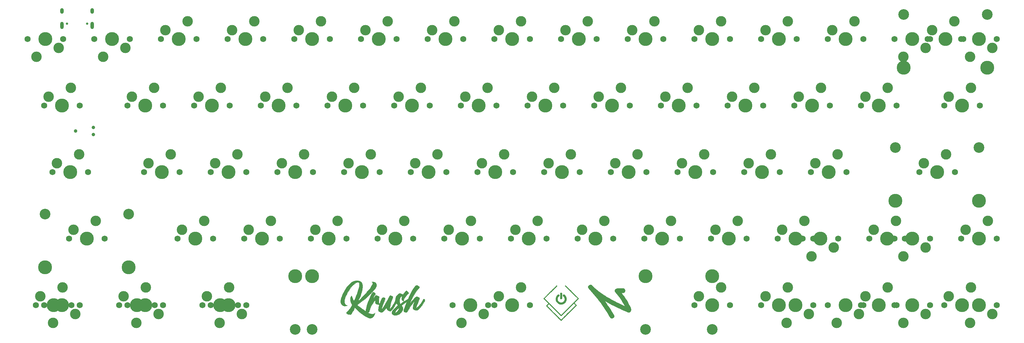
<source format=gbr>
G04 #@! TF.GenerationSoftware,KiCad,Pcbnew,(5.1.11)-1*
G04 #@! TF.CreationDate,2022-07-27T22:19:53+07:00*
G04 #@! TF.ProjectId,krush60hs - Copy,6b727573-6836-4306-9873-202d20436f70,rev?*
G04 #@! TF.SameCoordinates,Original*
G04 #@! TF.FileFunction,Soldermask,Top*
G04 #@! TF.FilePolarity,Negative*
%FSLAX46Y46*%
G04 Gerber Fmt 4.6, Leading zero omitted, Abs format (unit mm)*
G04 Created by KiCad (PCBNEW (5.1.11)-1) date 2022-07-27 22:19:53*
%MOMM*%
%LPD*%
G01*
G04 APERTURE LIST*
%ADD10C,0.010000*%
%ADD11C,3.987800*%
%ADD12C,3.048000*%
%ADD13C,1.750000*%
%ADD14C,3.000000*%
%ADD15C,0.650000*%
%ADD16O,1.000000X2.100000*%
%ADD17O,1.000000X1.600000*%
%ADD18C,0.990600*%
G04 APERTURE END LIST*
D10*
G36*
X99023028Y-117189750D02*
G01*
X99369935Y-117341827D01*
X99650432Y-117572560D01*
X99849512Y-117880166D01*
X99907178Y-118038475D01*
X99977078Y-118451405D01*
X99978072Y-118953186D01*
X99913408Y-119528155D01*
X99786335Y-120160650D01*
X99600102Y-120835011D01*
X99357956Y-121535574D01*
X99063147Y-122246679D01*
X99010306Y-122362556D01*
X98903673Y-122600169D01*
X98824201Y-122790476D01*
X98782527Y-122907252D01*
X98779767Y-122930863D01*
X98829452Y-122895309D01*
X98952900Y-122781140D01*
X99136702Y-122602101D01*
X99367449Y-122371935D01*
X99631734Y-122104389D01*
X99916148Y-121813205D01*
X100207281Y-121512129D01*
X100491726Y-121214904D01*
X100756074Y-120935275D01*
X100986916Y-120686987D01*
X101170844Y-120483783D01*
X101205754Y-120444122D01*
X101728065Y-119828795D01*
X102151956Y-119290323D01*
X102478530Y-118826666D01*
X102708892Y-118435786D01*
X102844146Y-118115647D01*
X102885395Y-117864211D01*
X102833745Y-117679439D01*
X102750311Y-117593724D01*
X102614181Y-117498374D01*
X102785508Y-117455374D01*
X103109483Y-117435396D01*
X103419630Y-117527637D01*
X103688894Y-117718006D01*
X103890217Y-117992414D01*
X103914343Y-118043238D01*
X103983416Y-118216015D01*
X104004794Y-118349971D01*
X103980959Y-118504338D01*
X103939853Y-118652340D01*
X103781940Y-119031922D01*
X103517946Y-119466078D01*
X103153515Y-119948995D01*
X102694291Y-120474859D01*
X102145917Y-121037857D01*
X101514037Y-121632177D01*
X100804296Y-122252004D01*
X100022336Y-122891525D01*
X99232920Y-123500608D01*
X98487297Y-124060660D01*
X98829494Y-124371877D01*
X99091873Y-124597138D01*
X99429818Y-124867795D01*
X99812086Y-125160536D01*
X100207435Y-125452047D01*
X100584622Y-125719015D01*
X100912405Y-125938127D01*
X101013192Y-126001351D01*
X101537767Y-126304867D01*
X101978133Y-126520707D01*
X102339704Y-126651181D01*
X102627890Y-126698597D01*
X102648565Y-126698872D01*
X102939400Y-126670491D01*
X103196167Y-126594072D01*
X103382793Y-126482694D01*
X103442669Y-126410917D01*
X103503752Y-126335319D01*
X103534806Y-126364005D01*
X103533054Y-126477215D01*
X103495722Y-126655192D01*
X103483124Y-126698872D01*
X103336390Y-127032668D01*
X103116926Y-127340991D01*
X102849054Y-127601790D01*
X102557096Y-127793015D01*
X102265374Y-127892616D01*
X102156192Y-127901865D01*
X102001862Y-127877055D01*
X101780779Y-127811962D01*
X101542123Y-127721211D01*
X101086078Y-127494103D01*
X100570192Y-127180129D01*
X100012646Y-126792631D01*
X99431621Y-126344953D01*
X98845296Y-125850437D01*
X98271853Y-125322423D01*
X98266820Y-125317574D01*
X97806449Y-124873763D01*
X97516671Y-125423359D01*
X97344395Y-125730258D01*
X97144348Y-126056978D01*
X96953095Y-126344422D01*
X96907649Y-126407710D01*
X96588406Y-126842464D01*
X96213531Y-126808472D01*
X95877389Y-126745740D01*
X95597143Y-126630833D01*
X95403553Y-126477433D01*
X95372000Y-126434196D01*
X95353435Y-126362721D01*
X95393268Y-126270739D01*
X95505371Y-126136069D01*
X95651046Y-125987969D01*
X96080037Y-125517165D01*
X96487651Y-124980364D01*
X96822840Y-124447677D01*
X97042530Y-124054836D01*
X96773611Y-123528486D01*
X96643666Y-123265014D01*
X96563876Y-123066949D01*
X96522195Y-122888976D01*
X96506575Y-122685778D01*
X96504692Y-122516879D01*
X96511511Y-122245048D01*
X96539643Y-122049866D01*
X96600596Y-121881359D01*
X96688453Y-121718973D01*
X96872215Y-121406325D01*
X97037703Y-121910211D01*
X97167647Y-122269223D01*
X97297099Y-122560049D01*
X97416968Y-122764910D01*
X97518162Y-122866029D01*
X97528719Y-122870381D01*
X97579605Y-122823344D01*
X97667632Y-122672300D01*
X97786004Y-122432401D01*
X97927929Y-122118799D01*
X98086612Y-121746645D01*
X98255260Y-121331091D01*
X98427080Y-120887290D01*
X98474238Y-120761622D01*
X98665079Y-120209543D01*
X98823400Y-119670775D01*
X98946205Y-119162122D01*
X99030498Y-118700390D01*
X99073285Y-118302386D01*
X99071568Y-117984914D01*
X99022352Y-117764781D01*
X99012170Y-117743930D01*
X98878070Y-117618724D01*
X98667564Y-117575415D01*
X98402036Y-117614870D01*
X98158794Y-117709322D01*
X97765618Y-117954829D01*
X97356379Y-118305855D01*
X96942420Y-118743915D01*
X96535084Y-119250521D01*
X96145715Y-119807185D01*
X95785654Y-120395420D01*
X95466247Y-120996740D01*
X95198835Y-121592655D01*
X94994761Y-122164680D01*
X94865369Y-122694328D01*
X94821942Y-123147821D01*
X94853779Y-123518873D01*
X94956244Y-123797144D01*
X95139761Y-124001675D01*
X95358589Y-124127966D01*
X95672987Y-124267076D01*
X95340466Y-124346847D01*
X94917621Y-124396352D01*
X94545385Y-124334875D01*
X94233469Y-124167626D01*
X93991584Y-123899813D01*
X93829443Y-123536645D01*
X93829339Y-123536287D01*
X93767553Y-123226480D01*
X93762296Y-122894287D01*
X93816246Y-122515489D01*
X93932083Y-122065866D01*
X94023957Y-121777176D01*
X94330477Y-120984372D01*
X94706111Y-120218516D01*
X95138082Y-119498388D01*
X95613609Y-118842767D01*
X96119915Y-118270434D01*
X96644220Y-117800168D01*
X96817608Y-117671567D01*
X97271454Y-117403635D01*
X97733926Y-117223270D01*
X98190017Y-117128689D01*
X98624720Y-117118109D01*
X99023028Y-117189750D01*
G37*
X99023028Y-117189750D02*
X99369935Y-117341827D01*
X99650432Y-117572560D01*
X99849512Y-117880166D01*
X99907178Y-118038475D01*
X99977078Y-118451405D01*
X99978072Y-118953186D01*
X99913408Y-119528155D01*
X99786335Y-120160650D01*
X99600102Y-120835011D01*
X99357956Y-121535574D01*
X99063147Y-122246679D01*
X99010306Y-122362556D01*
X98903673Y-122600169D01*
X98824201Y-122790476D01*
X98782527Y-122907252D01*
X98779767Y-122930863D01*
X98829452Y-122895309D01*
X98952900Y-122781140D01*
X99136702Y-122602101D01*
X99367449Y-122371935D01*
X99631734Y-122104389D01*
X99916148Y-121813205D01*
X100207281Y-121512129D01*
X100491726Y-121214904D01*
X100756074Y-120935275D01*
X100986916Y-120686987D01*
X101170844Y-120483783D01*
X101205754Y-120444122D01*
X101728065Y-119828795D01*
X102151956Y-119290323D01*
X102478530Y-118826666D01*
X102708892Y-118435786D01*
X102844146Y-118115647D01*
X102885395Y-117864211D01*
X102833745Y-117679439D01*
X102750311Y-117593724D01*
X102614181Y-117498374D01*
X102785508Y-117455374D01*
X103109483Y-117435396D01*
X103419630Y-117527637D01*
X103688894Y-117718006D01*
X103890217Y-117992414D01*
X103914343Y-118043238D01*
X103983416Y-118216015D01*
X104004794Y-118349971D01*
X103980959Y-118504338D01*
X103939853Y-118652340D01*
X103781940Y-119031922D01*
X103517946Y-119466078D01*
X103153515Y-119948995D01*
X102694291Y-120474859D01*
X102145917Y-121037857D01*
X101514037Y-121632177D01*
X100804296Y-122252004D01*
X100022336Y-122891525D01*
X99232920Y-123500608D01*
X98487297Y-124060660D01*
X98829494Y-124371877D01*
X99091873Y-124597138D01*
X99429818Y-124867795D01*
X99812086Y-125160536D01*
X100207435Y-125452047D01*
X100584622Y-125719015D01*
X100912405Y-125938127D01*
X101013192Y-126001351D01*
X101537767Y-126304867D01*
X101978133Y-126520707D01*
X102339704Y-126651181D01*
X102627890Y-126698597D01*
X102648565Y-126698872D01*
X102939400Y-126670491D01*
X103196167Y-126594072D01*
X103382793Y-126482694D01*
X103442669Y-126410917D01*
X103503752Y-126335319D01*
X103534806Y-126364005D01*
X103533054Y-126477215D01*
X103495722Y-126655192D01*
X103483124Y-126698872D01*
X103336390Y-127032668D01*
X103116926Y-127340991D01*
X102849054Y-127601790D01*
X102557096Y-127793015D01*
X102265374Y-127892616D01*
X102156192Y-127901865D01*
X102001862Y-127877055D01*
X101780779Y-127811962D01*
X101542123Y-127721211D01*
X101086078Y-127494103D01*
X100570192Y-127180129D01*
X100012646Y-126792631D01*
X99431621Y-126344953D01*
X98845296Y-125850437D01*
X98271853Y-125322423D01*
X98266820Y-125317574D01*
X97806449Y-124873763D01*
X97516671Y-125423359D01*
X97344395Y-125730258D01*
X97144348Y-126056978D01*
X96953095Y-126344422D01*
X96907649Y-126407710D01*
X96588406Y-126842464D01*
X96213531Y-126808472D01*
X95877389Y-126745740D01*
X95597143Y-126630833D01*
X95403553Y-126477433D01*
X95372000Y-126434196D01*
X95353435Y-126362721D01*
X95393268Y-126270739D01*
X95505371Y-126136069D01*
X95651046Y-125987969D01*
X96080037Y-125517165D01*
X96487651Y-124980364D01*
X96822840Y-124447677D01*
X97042530Y-124054836D01*
X96773611Y-123528486D01*
X96643666Y-123265014D01*
X96563876Y-123066949D01*
X96522195Y-122888976D01*
X96506575Y-122685778D01*
X96504692Y-122516879D01*
X96511511Y-122245048D01*
X96539643Y-122049866D01*
X96600596Y-121881359D01*
X96688453Y-121718973D01*
X96872215Y-121406325D01*
X97037703Y-121910211D01*
X97167647Y-122269223D01*
X97297099Y-122560049D01*
X97416968Y-122764910D01*
X97518162Y-122866029D01*
X97528719Y-122870381D01*
X97579605Y-122823344D01*
X97667632Y-122672300D01*
X97786004Y-122432401D01*
X97927929Y-122118799D01*
X98086612Y-121746645D01*
X98255260Y-121331091D01*
X98427080Y-120887290D01*
X98474238Y-120761622D01*
X98665079Y-120209543D01*
X98823400Y-119670775D01*
X98946205Y-119162122D01*
X99030498Y-118700390D01*
X99073285Y-118302386D01*
X99071568Y-117984914D01*
X99022352Y-117764781D01*
X99012170Y-117743930D01*
X98878070Y-117618724D01*
X98667564Y-117575415D01*
X98402036Y-117614870D01*
X98158794Y-117709322D01*
X97765618Y-117954829D01*
X97356379Y-118305855D01*
X96942420Y-118743915D01*
X96535084Y-119250521D01*
X96145715Y-119807185D01*
X95785654Y-120395420D01*
X95466247Y-120996740D01*
X95198835Y-121592655D01*
X94994761Y-122164680D01*
X94865369Y-122694328D01*
X94821942Y-123147821D01*
X94853779Y-123518873D01*
X94956244Y-123797144D01*
X95139761Y-124001675D01*
X95358589Y-124127966D01*
X95672987Y-124267076D01*
X95340466Y-124346847D01*
X94917621Y-124396352D01*
X94545385Y-124334875D01*
X94233469Y-124167626D01*
X93991584Y-123899813D01*
X93829443Y-123536645D01*
X93829339Y-123536287D01*
X93767553Y-123226480D01*
X93762296Y-122894287D01*
X93816246Y-122515489D01*
X93932083Y-122065866D01*
X94023957Y-121777176D01*
X94330477Y-120984372D01*
X94706111Y-120218516D01*
X95138082Y-119498388D01*
X95613609Y-118842767D01*
X96119915Y-118270434D01*
X96644220Y-117800168D01*
X96817608Y-117671567D01*
X97271454Y-117403635D01*
X97733926Y-117223270D01*
X98190017Y-117128689D01*
X98624720Y-117118109D01*
X99023028Y-117189750D01*
G36*
X115617206Y-118483232D02*
G01*
X115830325Y-118582511D01*
X116035406Y-118713504D01*
X116183932Y-118848008D01*
X116213749Y-118891007D01*
X116253933Y-118979070D01*
X116252066Y-119056405D01*
X116194373Y-119151633D01*
X116067080Y-119293377D01*
X115973561Y-119390089D01*
X115735966Y-119665112D01*
X115461442Y-120034302D01*
X115163234Y-120475154D01*
X114854588Y-120965165D01*
X114548750Y-121481833D01*
X114258966Y-122002656D01*
X113998479Y-122505129D01*
X113780538Y-122966750D01*
X113618386Y-123365017D01*
X113595466Y-123430233D01*
X113546229Y-123578791D01*
X113528210Y-123657545D01*
X113550702Y-123659765D01*
X113622999Y-123578724D01*
X113754397Y-123407696D01*
X113904730Y-123206372D01*
X114272557Y-122733007D01*
X114606811Y-122344544D01*
X114899409Y-122049690D01*
X115142272Y-121857155D01*
X115175718Y-121836577D01*
X115357482Y-121740801D01*
X115495038Y-121708399D01*
X115647394Y-121728748D01*
X115699901Y-121742225D01*
X115933269Y-121839158D01*
X116128728Y-121981414D01*
X116254802Y-122141534D01*
X116284942Y-122252597D01*
X116259395Y-122360207D01*
X116189923Y-122554450D01*
X116087272Y-122807326D01*
X115967973Y-123078207D01*
X115806548Y-123445479D01*
X115655836Y-123813969D01*
X115524459Y-124160029D01*
X115421042Y-124460013D01*
X115354208Y-124690274D01*
X115332442Y-124820943D01*
X115349630Y-124898942D01*
X115409778Y-124905746D01*
X115525760Y-124835133D01*
X115710453Y-124680880D01*
X115812320Y-124589007D01*
X116241333Y-124144319D01*
X116654747Y-123605490D01*
X117064787Y-122956527D01*
X117078692Y-122932549D01*
X117250396Y-122651336D01*
X117384323Y-122476378D01*
X117494436Y-122397947D01*
X117594697Y-122406315D01*
X117699068Y-122491756D01*
X117703850Y-122496997D01*
X117776722Y-122598948D01*
X117799070Y-122709375D01*
X117766382Y-122855466D01*
X117674147Y-123064408D01*
X117579108Y-123248723D01*
X117336764Y-123670705D01*
X117058207Y-124096965D01*
X116760392Y-124505973D01*
X116460271Y-124876203D01*
X116174797Y-125186126D01*
X115920924Y-125414214D01*
X115815617Y-125488092D01*
X115527867Y-125595394D01*
X115202883Y-125600967D01*
X114873181Y-125509213D01*
X114571277Y-125324535D01*
X114564253Y-125318670D01*
X114457128Y-125221831D01*
X114400317Y-125133344D01*
X114382370Y-125012696D01*
X114391838Y-124819375D01*
X114398941Y-124733735D01*
X114436732Y-124480304D01*
X114507064Y-124163283D01*
X114597145Y-123837712D01*
X114633641Y-123723952D01*
X114715202Y-123469435D01*
X114774044Y-123262817D01*
X114802811Y-123131377D01*
X114802093Y-123099356D01*
X114744284Y-123124853D01*
X114629434Y-123242810D01*
X114468244Y-123438263D01*
X114271419Y-123696248D01*
X114049659Y-124001803D01*
X113813667Y-124339962D01*
X113574147Y-124695764D01*
X113341800Y-125054244D01*
X113127329Y-125400438D01*
X112992194Y-125629843D01*
X112847813Y-125876175D01*
X112743172Y-126032625D01*
X112657180Y-126120793D01*
X112568748Y-126162282D01*
X112456786Y-126178693D01*
X112456302Y-126178734D01*
X112237979Y-126163682D01*
X112018249Y-126096282D01*
X111839940Y-125994704D01*
X111745964Y-125877381D01*
X111753097Y-125773063D01*
X111801152Y-125570136D01*
X111883852Y-125287896D01*
X111994923Y-124945638D01*
X112128089Y-124562658D01*
X112277075Y-124158252D01*
X112435605Y-123751714D01*
X112444353Y-123729981D01*
X112544973Y-123468785D01*
X112593914Y-123308707D01*
X112594342Y-123236319D01*
X112561669Y-123232605D01*
X112462200Y-123287410D01*
X112288682Y-123398193D01*
X112069296Y-123545581D01*
X111832221Y-123710199D01*
X111605640Y-123872673D01*
X111417733Y-124013630D01*
X111365440Y-124055004D01*
X111176688Y-124207545D01*
X111349565Y-124525177D01*
X111495027Y-124912476D01*
X111515540Y-125304230D01*
X111412715Y-125694330D01*
X111188162Y-126076665D01*
X110843493Y-126445124D01*
X110843432Y-126445178D01*
X110419074Y-126753400D01*
X109967387Y-126954376D01*
X109506307Y-127042368D01*
X109065629Y-127014055D01*
X108728398Y-126901804D01*
X108496634Y-126726353D01*
X108374907Y-126496384D01*
X108368263Y-126239117D01*
X109299942Y-126239117D01*
X109342529Y-126274253D01*
X109453394Y-126239565D01*
X109607194Y-126151042D01*
X109778583Y-126024673D01*
X109942219Y-125876446D01*
X110030664Y-125778122D01*
X110252588Y-125469026D01*
X110393544Y-125194029D01*
X110442941Y-124973798D01*
X110442942Y-124973638D01*
X110431857Y-124914779D01*
X110387809Y-124914597D01*
X110294610Y-124982882D01*
X110136068Y-125129421D01*
X110054349Y-125208609D01*
X109814019Y-125460054D01*
X109601439Y-125714040D01*
X109433774Y-125947125D01*
X109328185Y-126135864D01*
X109299942Y-126239117D01*
X108368263Y-126239117D01*
X108367784Y-126220579D01*
X108479833Y-125907618D01*
X108481649Y-125904181D01*
X108706184Y-125550222D01*
X109010726Y-125192529D01*
X109411712Y-124812535D01*
X109561340Y-124684652D01*
X109770007Y-124504851D01*
X109936061Y-124352003D01*
X110038793Y-124245760D01*
X110061942Y-124209572D01*
X110027597Y-124133323D01*
X109942062Y-123998241D01*
X109831588Y-123840906D01*
X109722424Y-123697900D01*
X109640820Y-123605805D01*
X109617442Y-123590120D01*
X109576286Y-123641605D01*
X109493404Y-123781046D01*
X109383717Y-123982733D01*
X109333270Y-124079769D01*
X109102235Y-124501841D01*
X108857989Y-124898791D01*
X108616883Y-125246794D01*
X108395267Y-125522027D01*
X108234377Y-125681007D01*
X107998946Y-125828056D01*
X107765591Y-125864904D01*
X107506806Y-125792523D01*
X107353249Y-125712152D01*
X107082210Y-125494287D01*
X106926616Y-125227691D01*
X106886942Y-124976998D01*
X106883971Y-124875944D01*
X106864751Y-124842743D01*
X106813814Y-124887588D01*
X106715695Y-125020674D01*
X106626810Y-125148469D01*
X106363575Y-125499378D01*
X106103802Y-125791900D01*
X105863586Y-126010391D01*
X105659024Y-126139203D01*
X105582234Y-126163866D01*
X105306934Y-126165266D01*
X105006544Y-126089852D01*
X104741432Y-125954753D01*
X104681329Y-125908206D01*
X104581202Y-125808158D01*
X104530815Y-125701468D01*
X104516262Y-125543269D01*
X104519619Y-125386506D01*
X104543617Y-125136237D01*
X104593527Y-124828713D01*
X104658806Y-124528333D01*
X104662494Y-124513839D01*
X104722071Y-124279312D01*
X104767070Y-124097493D01*
X104789991Y-123998846D01*
X104791442Y-123989964D01*
X104735813Y-123975160D01*
X104600355Y-123968103D01*
X104585067Y-123968017D01*
X104299248Y-123938077D01*
X104026312Y-123859605D01*
X103815526Y-123748210D01*
X103771318Y-123710248D01*
X103699212Y-123606394D01*
X103661085Y-123454382D01*
X103648614Y-123217927D01*
X103648442Y-123174622D01*
X103643558Y-122964402D01*
X103630780Y-122815736D01*
X103613646Y-122761872D01*
X103536965Y-122813689D01*
X103404349Y-122960249D01*
X103226548Y-123188209D01*
X103014314Y-123484227D01*
X102916898Y-123626521D01*
X102451907Y-124416231D01*
X102097988Y-125240507D01*
X101995585Y-125555872D01*
X101900814Y-125852137D01*
X101817201Y-126042283D01*
X101730162Y-126144552D01*
X101625112Y-126177187D01*
X101509772Y-126163587D01*
X101233364Y-126068258D01*
X101032169Y-125928527D01*
X100927766Y-125761611D01*
X100917942Y-125691457D01*
X100937489Y-125511175D01*
X100991718Y-125235443D01*
X101074006Y-124888908D01*
X101177733Y-124496218D01*
X101296277Y-124082018D01*
X101423016Y-123670955D01*
X101551329Y-123287676D01*
X101600578Y-123150482D01*
X101748829Y-122767522D01*
X101918396Y-122363711D01*
X102100436Y-121956782D01*
X102286111Y-121564472D01*
X102466577Y-121204514D01*
X102632996Y-120894644D01*
X102776526Y-120652597D01*
X102888326Y-120496107D01*
X102949640Y-120444217D01*
X103099891Y-120447413D01*
X103293358Y-120512383D01*
X103478842Y-120615963D01*
X103605143Y-120734988D01*
X103610355Y-120743152D01*
X103635601Y-120846250D01*
X103597793Y-120997015D01*
X103526465Y-121155902D01*
X103382942Y-121452330D01*
X103247466Y-121740987D01*
X103129824Y-121999961D01*
X103039803Y-122207344D01*
X102987190Y-122341225D01*
X102979285Y-122380872D01*
X103022831Y-122331313D01*
X103119573Y-122197586D01*
X103253661Y-122002111D01*
X103360876Y-121841122D01*
X103514320Y-121615354D01*
X103645308Y-121435968D01*
X103736806Y-121325547D01*
X103767984Y-121301372D01*
X103848087Y-121324043D01*
X104011898Y-121383892D01*
X104226135Y-121468671D01*
X104257915Y-121481690D01*
X104696192Y-121662009D01*
X104673020Y-122642609D01*
X104665686Y-123024475D01*
X104665539Y-123299114D01*
X104674023Y-123486168D01*
X104692583Y-123605281D01*
X104722664Y-123676096D01*
X104751342Y-123707442D01*
X104832933Y-123752686D01*
X104886077Y-123696739D01*
X104908332Y-123641898D01*
X104960518Y-123500998D01*
X105037396Y-123293378D01*
X105099058Y-123126822D01*
X105235144Y-122788255D01*
X105380294Y-122476123D01*
X105521659Y-122214392D01*
X105646390Y-122027031D01*
X105734586Y-121941379D01*
X105900197Y-121912388D01*
X106109243Y-121950550D01*
X106307909Y-122041334D01*
X106407185Y-122122997D01*
X106447739Y-122175887D01*
X106466414Y-122237753D01*
X106458397Y-122328770D01*
X106418879Y-122469114D01*
X106343046Y-122678961D01*
X106226089Y-122978487D01*
X106168767Y-123122766D01*
X105993768Y-123574017D01*
X105835509Y-124004285D01*
X105700146Y-124395004D01*
X105593836Y-124727608D01*
X105522732Y-124983533D01*
X105492993Y-125144213D01*
X105492522Y-125162274D01*
X105523267Y-125197777D01*
X105606196Y-125133029D01*
X105733781Y-124979864D01*
X105898495Y-124750118D01*
X106092807Y-124455626D01*
X106309192Y-124108224D01*
X106540119Y-123719746D01*
X106778062Y-123302028D01*
X107015491Y-122866905D01*
X107244880Y-122426213D01*
X107290686Y-122335342D01*
X107445052Y-122035375D01*
X107588004Y-121772307D01*
X107706402Y-121569280D01*
X107787108Y-121449433D01*
X107803814Y-121431589D01*
X107948027Y-121386200D01*
X108145020Y-121415398D01*
X108354679Y-121507172D01*
X108536887Y-121649509D01*
X108538973Y-121651720D01*
X108637728Y-121774425D01*
X108654210Y-121880499D01*
X108609213Y-122017913D01*
X108448144Y-122441465D01*
X108295705Y-122883614D01*
X108155838Y-123328323D01*
X108032488Y-123759559D01*
X107929597Y-124161288D01*
X107851108Y-124517476D01*
X107800965Y-124812088D01*
X107783110Y-125029091D01*
X107801487Y-125152449D01*
X107832863Y-125174872D01*
X107921422Y-125122842D01*
X108059469Y-124979358D01*
X108233643Y-124763321D01*
X108430587Y-124493636D01*
X108636941Y-124189207D01*
X108839345Y-123868938D01*
X109024439Y-123551733D01*
X109156697Y-123301622D01*
X109297284Y-122951681D01*
X109367775Y-122582784D01*
X109377504Y-122469798D01*
X109465037Y-121989645D01*
X109661742Y-121562619D01*
X109974657Y-121174773D01*
X110082300Y-121072876D01*
X110323269Y-120889199D01*
X110549261Y-120802312D01*
X110793164Y-120808715D01*
X111087862Y-120904908D01*
X111198295Y-120954096D01*
X111381126Y-121035918D01*
X111508984Y-121086900D01*
X111550114Y-121096351D01*
X111667629Y-120911672D01*
X111831378Y-120698836D01*
X112019148Y-120481667D01*
X112208725Y-120283989D01*
X112377896Y-120129625D01*
X112504449Y-120042399D01*
X112543099Y-120031372D01*
X112703986Y-120085386D01*
X112877535Y-120227115D01*
X113029918Y-120426087D01*
X113075557Y-120511038D01*
X113184282Y-120740160D01*
X112924580Y-120962455D01*
X112657014Y-121222042D01*
X112398171Y-121527717D01*
X112164452Y-121854093D01*
X111972262Y-122175782D01*
X111838001Y-122467395D01*
X111778072Y-122703546D01*
X111776442Y-122739579D01*
X111770108Y-122888887D01*
X111730920Y-122941145D01*
X111628593Y-122910450D01*
X111523143Y-122857484D01*
X111290183Y-122680641D01*
X111166870Y-122445637D01*
X111152175Y-122148772D01*
X111233875Y-121817355D01*
X111286294Y-121653881D01*
X111290394Y-121576956D01*
X111246175Y-121555678D01*
X111233875Y-121555372D01*
X111095435Y-121613823D01*
X110936262Y-121778888D01*
X110770735Y-122035129D01*
X110748291Y-122076612D01*
X110674135Y-122240731D01*
X110629763Y-122415044D01*
X110608272Y-122639591D01*
X110602781Y-122920622D01*
X110610054Y-123242130D01*
X110635531Y-123461367D01*
X110682524Y-123602186D01*
X110701699Y-123633254D01*
X110801707Y-123774386D01*
X111558949Y-123259284D01*
X111862456Y-123058316D01*
X112160171Y-122870826D01*
X112421640Y-122715375D01*
X112616405Y-122610522D01*
X112646961Y-122596229D01*
X112849639Y-122493048D01*
X112977512Y-122380881D01*
X113076138Y-122213258D01*
X113120733Y-122112949D01*
X113309014Y-121693690D01*
X113542659Y-121207285D01*
X113800735Y-120694911D01*
X114062311Y-120197746D01*
X114306458Y-119756968D01*
X114399065Y-119598060D01*
X114637464Y-119225673D01*
X114873518Y-118909759D01*
X115094254Y-118664635D01*
X115286705Y-118504621D01*
X115437898Y-118444035D01*
X115444568Y-118443872D01*
X115617206Y-118483232D01*
G37*
X115617206Y-118483232D02*
X115830325Y-118582511D01*
X116035406Y-118713504D01*
X116183932Y-118848008D01*
X116213749Y-118891007D01*
X116253933Y-118979070D01*
X116252066Y-119056405D01*
X116194373Y-119151633D01*
X116067080Y-119293377D01*
X115973561Y-119390089D01*
X115735966Y-119665112D01*
X115461442Y-120034302D01*
X115163234Y-120475154D01*
X114854588Y-120965165D01*
X114548750Y-121481833D01*
X114258966Y-122002656D01*
X113998479Y-122505129D01*
X113780538Y-122966750D01*
X113618386Y-123365017D01*
X113595466Y-123430233D01*
X113546229Y-123578791D01*
X113528210Y-123657545D01*
X113550702Y-123659765D01*
X113622999Y-123578724D01*
X113754397Y-123407696D01*
X113904730Y-123206372D01*
X114272557Y-122733007D01*
X114606811Y-122344544D01*
X114899409Y-122049690D01*
X115142272Y-121857155D01*
X115175718Y-121836577D01*
X115357482Y-121740801D01*
X115495038Y-121708399D01*
X115647394Y-121728748D01*
X115699901Y-121742225D01*
X115933269Y-121839158D01*
X116128728Y-121981414D01*
X116254802Y-122141534D01*
X116284942Y-122252597D01*
X116259395Y-122360207D01*
X116189923Y-122554450D01*
X116087272Y-122807326D01*
X115967973Y-123078207D01*
X115806548Y-123445479D01*
X115655836Y-123813969D01*
X115524459Y-124160029D01*
X115421042Y-124460013D01*
X115354208Y-124690274D01*
X115332442Y-124820943D01*
X115349630Y-124898942D01*
X115409778Y-124905746D01*
X115525760Y-124835133D01*
X115710453Y-124680880D01*
X115812320Y-124589007D01*
X116241333Y-124144319D01*
X116654747Y-123605490D01*
X117064787Y-122956527D01*
X117078692Y-122932549D01*
X117250396Y-122651336D01*
X117384323Y-122476378D01*
X117494436Y-122397947D01*
X117594697Y-122406315D01*
X117699068Y-122491756D01*
X117703850Y-122496997D01*
X117776722Y-122598948D01*
X117799070Y-122709375D01*
X117766382Y-122855466D01*
X117674147Y-123064408D01*
X117579108Y-123248723D01*
X117336764Y-123670705D01*
X117058207Y-124096965D01*
X116760392Y-124505973D01*
X116460271Y-124876203D01*
X116174797Y-125186126D01*
X115920924Y-125414214D01*
X115815617Y-125488092D01*
X115527867Y-125595394D01*
X115202883Y-125600967D01*
X114873181Y-125509213D01*
X114571277Y-125324535D01*
X114564253Y-125318670D01*
X114457128Y-125221831D01*
X114400317Y-125133344D01*
X114382370Y-125012696D01*
X114391838Y-124819375D01*
X114398941Y-124733735D01*
X114436732Y-124480304D01*
X114507064Y-124163283D01*
X114597145Y-123837712D01*
X114633641Y-123723952D01*
X114715202Y-123469435D01*
X114774044Y-123262817D01*
X114802811Y-123131377D01*
X114802093Y-123099356D01*
X114744284Y-123124853D01*
X114629434Y-123242810D01*
X114468244Y-123438263D01*
X114271419Y-123696248D01*
X114049659Y-124001803D01*
X113813667Y-124339962D01*
X113574147Y-124695764D01*
X113341800Y-125054244D01*
X113127329Y-125400438D01*
X112992194Y-125629843D01*
X112847813Y-125876175D01*
X112743172Y-126032625D01*
X112657180Y-126120793D01*
X112568748Y-126162282D01*
X112456786Y-126178693D01*
X112456302Y-126178734D01*
X112237979Y-126163682D01*
X112018249Y-126096282D01*
X111839940Y-125994704D01*
X111745964Y-125877381D01*
X111753097Y-125773063D01*
X111801152Y-125570136D01*
X111883852Y-125287896D01*
X111994923Y-124945638D01*
X112128089Y-124562658D01*
X112277075Y-124158252D01*
X112435605Y-123751714D01*
X112444353Y-123729981D01*
X112544973Y-123468785D01*
X112593914Y-123308707D01*
X112594342Y-123236319D01*
X112561669Y-123232605D01*
X112462200Y-123287410D01*
X112288682Y-123398193D01*
X112069296Y-123545581D01*
X111832221Y-123710199D01*
X111605640Y-123872673D01*
X111417733Y-124013630D01*
X111365440Y-124055004D01*
X111176688Y-124207545D01*
X111349565Y-124525177D01*
X111495027Y-124912476D01*
X111515540Y-125304230D01*
X111412715Y-125694330D01*
X111188162Y-126076665D01*
X110843493Y-126445124D01*
X110843432Y-126445178D01*
X110419074Y-126753400D01*
X109967387Y-126954376D01*
X109506307Y-127042368D01*
X109065629Y-127014055D01*
X108728398Y-126901804D01*
X108496634Y-126726353D01*
X108374907Y-126496384D01*
X108368263Y-126239117D01*
X109299942Y-126239117D01*
X109342529Y-126274253D01*
X109453394Y-126239565D01*
X109607194Y-126151042D01*
X109778583Y-126024673D01*
X109942219Y-125876446D01*
X110030664Y-125778122D01*
X110252588Y-125469026D01*
X110393544Y-125194029D01*
X110442941Y-124973798D01*
X110442942Y-124973638D01*
X110431857Y-124914779D01*
X110387809Y-124914597D01*
X110294610Y-124982882D01*
X110136068Y-125129421D01*
X110054349Y-125208609D01*
X109814019Y-125460054D01*
X109601439Y-125714040D01*
X109433774Y-125947125D01*
X109328185Y-126135864D01*
X109299942Y-126239117D01*
X108368263Y-126239117D01*
X108367784Y-126220579D01*
X108479833Y-125907618D01*
X108481649Y-125904181D01*
X108706184Y-125550222D01*
X109010726Y-125192529D01*
X109411712Y-124812535D01*
X109561340Y-124684652D01*
X109770007Y-124504851D01*
X109936061Y-124352003D01*
X110038793Y-124245760D01*
X110061942Y-124209572D01*
X110027597Y-124133323D01*
X109942062Y-123998241D01*
X109831588Y-123840906D01*
X109722424Y-123697900D01*
X109640820Y-123605805D01*
X109617442Y-123590120D01*
X109576286Y-123641605D01*
X109493404Y-123781046D01*
X109383717Y-123982733D01*
X109333270Y-124079769D01*
X109102235Y-124501841D01*
X108857989Y-124898791D01*
X108616883Y-125246794D01*
X108395267Y-125522027D01*
X108234377Y-125681007D01*
X107998946Y-125828056D01*
X107765591Y-125864904D01*
X107506806Y-125792523D01*
X107353249Y-125712152D01*
X107082210Y-125494287D01*
X106926616Y-125227691D01*
X106886942Y-124976998D01*
X106883971Y-124875944D01*
X106864751Y-124842743D01*
X106813814Y-124887588D01*
X106715695Y-125020674D01*
X106626810Y-125148469D01*
X106363575Y-125499378D01*
X106103802Y-125791900D01*
X105863586Y-126010391D01*
X105659024Y-126139203D01*
X105582234Y-126163866D01*
X105306934Y-126165266D01*
X105006544Y-126089852D01*
X104741432Y-125954753D01*
X104681329Y-125908206D01*
X104581202Y-125808158D01*
X104530815Y-125701468D01*
X104516262Y-125543269D01*
X104519619Y-125386506D01*
X104543617Y-125136237D01*
X104593527Y-124828713D01*
X104658806Y-124528333D01*
X104662494Y-124513839D01*
X104722071Y-124279312D01*
X104767070Y-124097493D01*
X104789991Y-123998846D01*
X104791442Y-123989964D01*
X104735813Y-123975160D01*
X104600355Y-123968103D01*
X104585067Y-123968017D01*
X104299248Y-123938077D01*
X104026312Y-123859605D01*
X103815526Y-123748210D01*
X103771318Y-123710248D01*
X103699212Y-123606394D01*
X103661085Y-123454382D01*
X103648614Y-123217927D01*
X103648442Y-123174622D01*
X103643558Y-122964402D01*
X103630780Y-122815736D01*
X103613646Y-122761872D01*
X103536965Y-122813689D01*
X103404349Y-122960249D01*
X103226548Y-123188209D01*
X103014314Y-123484227D01*
X102916898Y-123626521D01*
X102451907Y-124416231D01*
X102097988Y-125240507D01*
X101995585Y-125555872D01*
X101900814Y-125852137D01*
X101817201Y-126042283D01*
X101730162Y-126144552D01*
X101625112Y-126177187D01*
X101509772Y-126163587D01*
X101233364Y-126068258D01*
X101032169Y-125928527D01*
X100927766Y-125761611D01*
X100917942Y-125691457D01*
X100937489Y-125511175D01*
X100991718Y-125235443D01*
X101074006Y-124888908D01*
X101177733Y-124496218D01*
X101296277Y-124082018D01*
X101423016Y-123670955D01*
X101551329Y-123287676D01*
X101600578Y-123150482D01*
X101748829Y-122767522D01*
X101918396Y-122363711D01*
X102100436Y-121956782D01*
X102286111Y-121564472D01*
X102466577Y-121204514D01*
X102632996Y-120894644D01*
X102776526Y-120652597D01*
X102888326Y-120496107D01*
X102949640Y-120444217D01*
X103099891Y-120447413D01*
X103293358Y-120512383D01*
X103478842Y-120615963D01*
X103605143Y-120734988D01*
X103610355Y-120743152D01*
X103635601Y-120846250D01*
X103597793Y-120997015D01*
X103526465Y-121155902D01*
X103382942Y-121452330D01*
X103247466Y-121740987D01*
X103129824Y-121999961D01*
X103039803Y-122207344D01*
X102987190Y-122341225D01*
X102979285Y-122380872D01*
X103022831Y-122331313D01*
X103119573Y-122197586D01*
X103253661Y-122002111D01*
X103360876Y-121841122D01*
X103514320Y-121615354D01*
X103645308Y-121435968D01*
X103736806Y-121325547D01*
X103767984Y-121301372D01*
X103848087Y-121324043D01*
X104011898Y-121383892D01*
X104226135Y-121468671D01*
X104257915Y-121481690D01*
X104696192Y-121662009D01*
X104673020Y-122642609D01*
X104665686Y-123024475D01*
X104665539Y-123299114D01*
X104674023Y-123486168D01*
X104692583Y-123605281D01*
X104722664Y-123676096D01*
X104751342Y-123707442D01*
X104832933Y-123752686D01*
X104886077Y-123696739D01*
X104908332Y-123641898D01*
X104960518Y-123500998D01*
X105037396Y-123293378D01*
X105099058Y-123126822D01*
X105235144Y-122788255D01*
X105380294Y-122476123D01*
X105521659Y-122214392D01*
X105646390Y-122027031D01*
X105734586Y-121941379D01*
X105900197Y-121912388D01*
X106109243Y-121950550D01*
X106307909Y-122041334D01*
X106407185Y-122122997D01*
X106447739Y-122175887D01*
X106466414Y-122237753D01*
X106458397Y-122328770D01*
X106418879Y-122469114D01*
X106343046Y-122678961D01*
X106226089Y-122978487D01*
X106168767Y-123122766D01*
X105993768Y-123574017D01*
X105835509Y-124004285D01*
X105700146Y-124395004D01*
X105593836Y-124727608D01*
X105522732Y-124983533D01*
X105492993Y-125144213D01*
X105492522Y-125162274D01*
X105523267Y-125197777D01*
X105606196Y-125133029D01*
X105733781Y-124979864D01*
X105898495Y-124750118D01*
X106092807Y-124455626D01*
X106309192Y-124108224D01*
X106540119Y-123719746D01*
X106778062Y-123302028D01*
X107015491Y-122866905D01*
X107244880Y-122426213D01*
X107290686Y-122335342D01*
X107445052Y-122035375D01*
X107588004Y-121772307D01*
X107706402Y-121569280D01*
X107787108Y-121449433D01*
X107803814Y-121431589D01*
X107948027Y-121386200D01*
X108145020Y-121415398D01*
X108354679Y-121507172D01*
X108536887Y-121649509D01*
X108538973Y-121651720D01*
X108637728Y-121774425D01*
X108654210Y-121880499D01*
X108609213Y-122017913D01*
X108448144Y-122441465D01*
X108295705Y-122883614D01*
X108155838Y-123328323D01*
X108032488Y-123759559D01*
X107929597Y-124161288D01*
X107851108Y-124517476D01*
X107800965Y-124812088D01*
X107783110Y-125029091D01*
X107801487Y-125152449D01*
X107832863Y-125174872D01*
X107921422Y-125122842D01*
X108059469Y-124979358D01*
X108233643Y-124763321D01*
X108430587Y-124493636D01*
X108636941Y-124189207D01*
X108839345Y-123868938D01*
X109024439Y-123551733D01*
X109156697Y-123301622D01*
X109297284Y-122951681D01*
X109367775Y-122582784D01*
X109377504Y-122469798D01*
X109465037Y-121989645D01*
X109661742Y-121562619D01*
X109974657Y-121174773D01*
X110082300Y-121072876D01*
X110323269Y-120889199D01*
X110549261Y-120802312D01*
X110793164Y-120808715D01*
X111087862Y-120904908D01*
X111198295Y-120954096D01*
X111381126Y-121035918D01*
X111508984Y-121086900D01*
X111550114Y-121096351D01*
X111667629Y-120911672D01*
X111831378Y-120698836D01*
X112019148Y-120481667D01*
X112208725Y-120283989D01*
X112377896Y-120129625D01*
X112504449Y-120042399D01*
X112543099Y-120031372D01*
X112703986Y-120085386D01*
X112877535Y-120227115D01*
X113029918Y-120426087D01*
X113075557Y-120511038D01*
X113184282Y-120740160D01*
X112924580Y-120962455D01*
X112657014Y-121222042D01*
X112398171Y-121527717D01*
X112164452Y-121854093D01*
X111972262Y-122175782D01*
X111838001Y-122467395D01*
X111778072Y-122703546D01*
X111776442Y-122739579D01*
X111770108Y-122888887D01*
X111730920Y-122941145D01*
X111628593Y-122910450D01*
X111523143Y-122857484D01*
X111290183Y-122680641D01*
X111166870Y-122445637D01*
X111152175Y-122148772D01*
X111233875Y-121817355D01*
X111286294Y-121653881D01*
X111290394Y-121576956D01*
X111246175Y-121555678D01*
X111233875Y-121555372D01*
X111095435Y-121613823D01*
X110936262Y-121778888D01*
X110770735Y-122035129D01*
X110748291Y-122076612D01*
X110674135Y-122240731D01*
X110629763Y-122415044D01*
X110608272Y-122639591D01*
X110602781Y-122920622D01*
X110610054Y-123242130D01*
X110635531Y-123461367D01*
X110682524Y-123602186D01*
X110701699Y-123633254D01*
X110801707Y-123774386D01*
X111558949Y-123259284D01*
X111862456Y-123058316D01*
X112160171Y-122870826D01*
X112421640Y-122715375D01*
X112616405Y-122610522D01*
X112646961Y-122596229D01*
X112849639Y-122493048D01*
X112977512Y-122380881D01*
X113076138Y-122213258D01*
X113120733Y-122112949D01*
X113309014Y-121693690D01*
X113542659Y-121207285D01*
X113800735Y-120694911D01*
X114062311Y-120197746D01*
X114306458Y-119756968D01*
X114399065Y-119598060D01*
X114637464Y-119225673D01*
X114873518Y-118909759D01*
X115094254Y-118664635D01*
X115286705Y-118504621D01*
X115437898Y-118444035D01*
X115444568Y-118443872D01*
X115617206Y-118483232D01*
G36*
X165171344Y-118298350D02*
G01*
X165252942Y-118319604D01*
X165332379Y-118353157D01*
X165397548Y-118391583D01*
X165409494Y-118401253D01*
X165430495Y-118420009D01*
X165459327Y-118446687D01*
X165494765Y-118480126D01*
X165535585Y-118519166D01*
X165580561Y-118562644D01*
X165628468Y-118609398D01*
X165662434Y-118642804D01*
X165907440Y-118881160D01*
X166148348Y-119108511D01*
X166387482Y-119326867D01*
X166627171Y-119538238D01*
X166869738Y-119744632D01*
X167117512Y-119948061D01*
X167372819Y-120150533D01*
X167637984Y-120354059D01*
X167680016Y-120385753D01*
X167949879Y-120585744D01*
X168224773Y-120783390D01*
X168505250Y-120979011D01*
X168791866Y-121172930D01*
X169085175Y-121365467D01*
X169385730Y-121556944D01*
X169694088Y-121747681D01*
X170010801Y-121938002D01*
X170336424Y-122128226D01*
X170671512Y-122318676D01*
X171016618Y-122509672D01*
X171372298Y-122701537D01*
X171739106Y-122894591D01*
X172117595Y-123089155D01*
X172508321Y-123285552D01*
X172911838Y-123484102D01*
X173328699Y-123685127D01*
X173565462Y-123797618D01*
X173641565Y-123833508D01*
X173722796Y-123871662D01*
X173808217Y-123911649D01*
X173896891Y-123953038D01*
X173987880Y-123995400D01*
X174080247Y-124038301D01*
X174173055Y-124081313D01*
X174265367Y-124124003D01*
X174356244Y-124165942D01*
X174444750Y-124206697D01*
X174529947Y-124245838D01*
X174610898Y-124282935D01*
X174686665Y-124317556D01*
X174756312Y-124349270D01*
X174818900Y-124377647D01*
X174873493Y-124402256D01*
X174919153Y-124422665D01*
X174954942Y-124438444D01*
X174979923Y-124449162D01*
X174993160Y-124454387D01*
X174995081Y-124454805D01*
X174991890Y-124448358D01*
X174981934Y-124431671D01*
X174966399Y-124406648D01*
X174946468Y-124375195D01*
X174923325Y-124339216D01*
X174921607Y-124336565D01*
X174899597Y-124302529D01*
X174879843Y-124271733D01*
X174861393Y-124242598D01*
X174843299Y-124213542D01*
X174824607Y-124182984D01*
X174804368Y-124149345D01*
X174781630Y-124111043D01*
X174755442Y-124066498D01*
X174724854Y-124014129D01*
X174688914Y-123952357D01*
X174646671Y-123879599D01*
X174646536Y-123879365D01*
X174346926Y-123377342D01*
X174034471Y-122881837D01*
X173709105Y-122392757D01*
X173370763Y-121910007D01*
X173019378Y-121433494D01*
X172654886Y-120963124D01*
X172321041Y-120551554D01*
X172277815Y-120499126D01*
X172242764Y-120455920D01*
X172214592Y-120420155D01*
X172192006Y-120390054D01*
X172173709Y-120363838D01*
X172158406Y-120339728D01*
X172144804Y-120315946D01*
X172132739Y-120292948D01*
X172103875Y-120226428D01*
X172081240Y-120154399D01*
X172066101Y-120081873D01*
X172059727Y-120013858D01*
X172059605Y-120004050D01*
X172062623Y-119957256D01*
X172070916Y-119903161D01*
X172083343Y-119847485D01*
X172098763Y-119795946D01*
X172103982Y-119781678D01*
X172141354Y-119704279D01*
X172191206Y-119631715D01*
X172251872Y-119565566D01*
X172321688Y-119507413D01*
X172398988Y-119458837D01*
X172482107Y-119421418D01*
X172484424Y-119420574D01*
X172519758Y-119408552D01*
X172554695Y-119398502D01*
X172591738Y-119389974D01*
X172633391Y-119382517D01*
X172682158Y-119375679D01*
X172740543Y-119369009D01*
X172807091Y-119362427D01*
X173117654Y-119337551D01*
X173426982Y-119321330D01*
X173732536Y-119313825D01*
X174031779Y-119315096D01*
X174322175Y-119325206D01*
X174331091Y-119325665D01*
X174415586Y-119332024D01*
X174488113Y-119341911D01*
X174550893Y-119355789D01*
X174606143Y-119374122D01*
X174643714Y-119390943D01*
X174725191Y-119439269D01*
X174796222Y-119497418D01*
X174856991Y-119565622D01*
X174907685Y-119644112D01*
X174948487Y-119733118D01*
X174970229Y-119798219D01*
X174978284Y-119835257D01*
X174984555Y-119882363D01*
X174988833Y-119935178D01*
X174990913Y-119989339D01*
X174990586Y-120040489D01*
X174987645Y-120084265D01*
X174984773Y-120103969D01*
X174961017Y-120196552D01*
X174926520Y-120280990D01*
X174881791Y-120356219D01*
X174837976Y-120410141D01*
X174779510Y-120465205D01*
X174717403Y-120508156D01*
X174649066Y-120540370D01*
X174571908Y-120563226D01*
X174536931Y-120570246D01*
X174515973Y-120573613D01*
X174495011Y-120576059D01*
X174471903Y-120577609D01*
X174444509Y-120578290D01*
X174410688Y-120578126D01*
X174368299Y-120577143D01*
X174315201Y-120575368D01*
X174265776Y-120573480D01*
X174208405Y-120571399D01*
X174152189Y-120569692D01*
X174099806Y-120568414D01*
X174053936Y-120567624D01*
X174017258Y-120567377D01*
X173992787Y-120567717D01*
X173926627Y-120570108D01*
X174049782Y-120733393D01*
X174357886Y-121149770D01*
X174653039Y-121564929D01*
X174936463Y-121980783D01*
X175209380Y-122399247D01*
X175473010Y-122822236D01*
X175728576Y-123251664D01*
X175977299Y-123689446D01*
X176214357Y-124126108D01*
X176283217Y-124256717D01*
X176344865Y-124375639D01*
X176399639Y-124483581D01*
X176447879Y-124581249D01*
X176489922Y-124669351D01*
X176526108Y-124748595D01*
X176556775Y-124819687D01*
X176582262Y-124883336D01*
X176599462Y-124930262D01*
X176632944Y-125035349D01*
X176657145Y-125133640D01*
X176672689Y-125228952D01*
X176680197Y-125325101D01*
X176680291Y-125425904D01*
X176680277Y-125426321D01*
X176670186Y-125547801D01*
X176648229Y-125661894D01*
X176614542Y-125768196D01*
X176569263Y-125866298D01*
X176512531Y-125955797D01*
X176490866Y-125983936D01*
X176426844Y-126052257D01*
X176355361Y-126108511D01*
X176277350Y-126152474D01*
X176193743Y-126183918D01*
X176105472Y-126202619D01*
X176013470Y-126208352D01*
X175918670Y-126200889D01*
X175822004Y-126180008D01*
X175761720Y-126160288D01*
X175744732Y-126153457D01*
X175715438Y-126141030D01*
X175674748Y-126123415D01*
X175623572Y-126101020D01*
X175562818Y-126074252D01*
X175493395Y-126043519D01*
X175416214Y-126009229D01*
X175332182Y-125971789D01*
X175242210Y-125931608D01*
X175147206Y-125889093D01*
X175048081Y-125844652D01*
X174945742Y-125798692D01*
X174841099Y-125751622D01*
X174735062Y-125703848D01*
X174628539Y-125655780D01*
X174522440Y-125607823D01*
X174417675Y-125560387D01*
X174315151Y-125513879D01*
X174215779Y-125468707D01*
X174120468Y-125425278D01*
X174030127Y-125384001D01*
X174004519Y-125372276D01*
X173616204Y-125193338D01*
X173241181Y-125018352D01*
X172878862Y-124847020D01*
X172528661Y-124679045D01*
X172189990Y-124514130D01*
X171862262Y-124351978D01*
X171544891Y-124192292D01*
X171237289Y-124034774D01*
X170938869Y-123879127D01*
X170649044Y-123725055D01*
X170367228Y-123572260D01*
X170092832Y-123420444D01*
X169825271Y-123269311D01*
X169642976Y-123164488D01*
X169583401Y-123129895D01*
X169521362Y-123093725D01*
X169458486Y-123056936D01*
X169396399Y-123020489D01*
X169336726Y-122985344D01*
X169281093Y-122952459D01*
X169231127Y-122922795D01*
X169188452Y-122897311D01*
X169154696Y-122876966D01*
X169131483Y-122862722D01*
X169127719Y-122860354D01*
X169123009Y-122857146D01*
X169118850Y-122854179D01*
X169115843Y-122852339D01*
X169114589Y-122852511D01*
X169115690Y-122855580D01*
X169119746Y-122862432D01*
X169127359Y-122873951D01*
X169139130Y-122891023D01*
X169155660Y-122914534D01*
X169177551Y-122945368D01*
X169205403Y-122984411D01*
X169239817Y-123032547D01*
X169281395Y-123090663D01*
X169330738Y-123159643D01*
X169335286Y-123166002D01*
X169698836Y-123681603D01*
X170052000Y-124197252D01*
X170396417Y-124715479D01*
X170733725Y-125238816D01*
X171065562Y-125769791D01*
X171393566Y-126310934D01*
X171622716Y-126698765D01*
X171667313Y-126775198D01*
X171705119Y-126840455D01*
X171736797Y-126895810D01*
X171763009Y-126942541D01*
X171784418Y-126981925D01*
X171801685Y-127015239D01*
X171815474Y-127043759D01*
X171826447Y-127068762D01*
X171835266Y-127091524D01*
X171842593Y-127113324D01*
X171848882Y-127134681D01*
X171865547Y-127220257D01*
X171868423Y-127305522D01*
X171858217Y-127389394D01*
X171835634Y-127470790D01*
X171801379Y-127548626D01*
X171756158Y-127621819D01*
X171700677Y-127689285D01*
X171635640Y-127749942D01*
X171561753Y-127802706D01*
X171479722Y-127846493D01*
X171390253Y-127880221D01*
X171357355Y-127889438D01*
X171312646Y-127898225D01*
X171260562Y-127904302D01*
X171206466Y-127907364D01*
X171155722Y-127907104D01*
X171114407Y-127903329D01*
X171034330Y-127883589D01*
X170956454Y-127850849D01*
X170883113Y-127806624D01*
X170816639Y-127752427D01*
X170759366Y-127689774D01*
X170736387Y-127657982D01*
X170725566Y-127640913D01*
X170708499Y-127612950D01*
X170686184Y-127575778D01*
X170659621Y-127531078D01*
X170629810Y-127480535D01*
X170597749Y-127425831D01*
X170564437Y-127368649D01*
X170556827Y-127355536D01*
X170170348Y-126702840D01*
X169770215Y-126053882D01*
X169356976Y-125409400D01*
X168931179Y-124770132D01*
X168493369Y-124136818D01*
X168044096Y-123510196D01*
X167583907Y-122891006D01*
X167113349Y-122279987D01*
X166632969Y-121677876D01*
X166143315Y-121085414D01*
X165644935Y-120503338D01*
X165138376Y-119932388D01*
X164711688Y-119467022D01*
X164677010Y-119429538D01*
X164643988Y-119393422D01*
X164614492Y-119360752D01*
X164590390Y-119333605D01*
X164573554Y-119314058D01*
X164568998Y-119308487D01*
X164519843Y-119235447D01*
X164482021Y-119155717D01*
X164456188Y-119071608D01*
X164442998Y-118985428D01*
X164443109Y-118899488D01*
X164445797Y-118874373D01*
X164465223Y-118780828D01*
X164497468Y-118692038D01*
X164541435Y-118609131D01*
X164596028Y-118533231D01*
X164660149Y-118465464D01*
X164732703Y-118406957D01*
X164812593Y-118358836D01*
X164898722Y-118322226D01*
X164989995Y-118298253D01*
X165010158Y-118294862D01*
X165089708Y-118289926D01*
X165171344Y-118298350D01*
G37*
X165171344Y-118298350D02*
X165252942Y-118319604D01*
X165332379Y-118353157D01*
X165397548Y-118391583D01*
X165409494Y-118401253D01*
X165430495Y-118420009D01*
X165459327Y-118446687D01*
X165494765Y-118480126D01*
X165535585Y-118519166D01*
X165580561Y-118562644D01*
X165628468Y-118609398D01*
X165662434Y-118642804D01*
X165907440Y-118881160D01*
X166148348Y-119108511D01*
X166387482Y-119326867D01*
X166627171Y-119538238D01*
X166869738Y-119744632D01*
X167117512Y-119948061D01*
X167372819Y-120150533D01*
X167637984Y-120354059D01*
X167680016Y-120385753D01*
X167949879Y-120585744D01*
X168224773Y-120783390D01*
X168505250Y-120979011D01*
X168791866Y-121172930D01*
X169085175Y-121365467D01*
X169385730Y-121556944D01*
X169694088Y-121747681D01*
X170010801Y-121938002D01*
X170336424Y-122128226D01*
X170671512Y-122318676D01*
X171016618Y-122509672D01*
X171372298Y-122701537D01*
X171739106Y-122894591D01*
X172117595Y-123089155D01*
X172508321Y-123285552D01*
X172911838Y-123484102D01*
X173328699Y-123685127D01*
X173565462Y-123797618D01*
X173641565Y-123833508D01*
X173722796Y-123871662D01*
X173808217Y-123911649D01*
X173896891Y-123953038D01*
X173987880Y-123995400D01*
X174080247Y-124038301D01*
X174173055Y-124081313D01*
X174265367Y-124124003D01*
X174356244Y-124165942D01*
X174444750Y-124206697D01*
X174529947Y-124245838D01*
X174610898Y-124282935D01*
X174686665Y-124317556D01*
X174756312Y-124349270D01*
X174818900Y-124377647D01*
X174873493Y-124402256D01*
X174919153Y-124422665D01*
X174954942Y-124438444D01*
X174979923Y-124449162D01*
X174993160Y-124454387D01*
X174995081Y-124454805D01*
X174991890Y-124448358D01*
X174981934Y-124431671D01*
X174966399Y-124406648D01*
X174946468Y-124375195D01*
X174923325Y-124339216D01*
X174921607Y-124336565D01*
X174899597Y-124302529D01*
X174879843Y-124271733D01*
X174861393Y-124242598D01*
X174843299Y-124213542D01*
X174824607Y-124182984D01*
X174804368Y-124149345D01*
X174781630Y-124111043D01*
X174755442Y-124066498D01*
X174724854Y-124014129D01*
X174688914Y-123952357D01*
X174646671Y-123879599D01*
X174646536Y-123879365D01*
X174346926Y-123377342D01*
X174034471Y-122881837D01*
X173709105Y-122392757D01*
X173370763Y-121910007D01*
X173019378Y-121433494D01*
X172654886Y-120963124D01*
X172321041Y-120551554D01*
X172277815Y-120499126D01*
X172242764Y-120455920D01*
X172214592Y-120420155D01*
X172192006Y-120390054D01*
X172173709Y-120363838D01*
X172158406Y-120339728D01*
X172144804Y-120315946D01*
X172132739Y-120292948D01*
X172103875Y-120226428D01*
X172081240Y-120154399D01*
X172066101Y-120081873D01*
X172059727Y-120013858D01*
X172059605Y-120004050D01*
X172062623Y-119957256D01*
X172070916Y-119903161D01*
X172083343Y-119847485D01*
X172098763Y-119795946D01*
X172103982Y-119781678D01*
X172141354Y-119704279D01*
X172191206Y-119631715D01*
X172251872Y-119565566D01*
X172321688Y-119507413D01*
X172398988Y-119458837D01*
X172482107Y-119421418D01*
X172484424Y-119420574D01*
X172519758Y-119408552D01*
X172554695Y-119398502D01*
X172591738Y-119389974D01*
X172633391Y-119382517D01*
X172682158Y-119375679D01*
X172740543Y-119369009D01*
X172807091Y-119362427D01*
X173117654Y-119337551D01*
X173426982Y-119321330D01*
X173732536Y-119313825D01*
X174031779Y-119315096D01*
X174322175Y-119325206D01*
X174331091Y-119325665D01*
X174415586Y-119332024D01*
X174488113Y-119341911D01*
X174550893Y-119355789D01*
X174606143Y-119374122D01*
X174643714Y-119390943D01*
X174725191Y-119439269D01*
X174796222Y-119497418D01*
X174856991Y-119565622D01*
X174907685Y-119644112D01*
X174948487Y-119733118D01*
X174970229Y-119798219D01*
X174978284Y-119835257D01*
X174984555Y-119882363D01*
X174988833Y-119935178D01*
X174990913Y-119989339D01*
X174990586Y-120040489D01*
X174987645Y-120084265D01*
X174984773Y-120103969D01*
X174961017Y-120196552D01*
X174926520Y-120280990D01*
X174881791Y-120356219D01*
X174837976Y-120410141D01*
X174779510Y-120465205D01*
X174717403Y-120508156D01*
X174649066Y-120540370D01*
X174571908Y-120563226D01*
X174536931Y-120570246D01*
X174515973Y-120573613D01*
X174495011Y-120576059D01*
X174471903Y-120577609D01*
X174444509Y-120578290D01*
X174410688Y-120578126D01*
X174368299Y-120577143D01*
X174315201Y-120575368D01*
X174265776Y-120573480D01*
X174208405Y-120571399D01*
X174152189Y-120569692D01*
X174099806Y-120568414D01*
X174053936Y-120567624D01*
X174017258Y-120567377D01*
X173992787Y-120567717D01*
X173926627Y-120570108D01*
X174049782Y-120733393D01*
X174357886Y-121149770D01*
X174653039Y-121564929D01*
X174936463Y-121980783D01*
X175209380Y-122399247D01*
X175473010Y-122822236D01*
X175728576Y-123251664D01*
X175977299Y-123689446D01*
X176214357Y-124126108D01*
X176283217Y-124256717D01*
X176344865Y-124375639D01*
X176399639Y-124483581D01*
X176447879Y-124581249D01*
X176489922Y-124669351D01*
X176526108Y-124748595D01*
X176556775Y-124819687D01*
X176582262Y-124883336D01*
X176599462Y-124930262D01*
X176632944Y-125035349D01*
X176657145Y-125133640D01*
X176672689Y-125228952D01*
X176680197Y-125325101D01*
X176680291Y-125425904D01*
X176680277Y-125426321D01*
X176670186Y-125547801D01*
X176648229Y-125661894D01*
X176614542Y-125768196D01*
X176569263Y-125866298D01*
X176512531Y-125955797D01*
X176490866Y-125983936D01*
X176426844Y-126052257D01*
X176355361Y-126108511D01*
X176277350Y-126152474D01*
X176193743Y-126183918D01*
X176105472Y-126202619D01*
X176013470Y-126208352D01*
X175918670Y-126200889D01*
X175822004Y-126180008D01*
X175761720Y-126160288D01*
X175744732Y-126153457D01*
X175715438Y-126141030D01*
X175674748Y-126123415D01*
X175623572Y-126101020D01*
X175562818Y-126074252D01*
X175493395Y-126043519D01*
X175416214Y-126009229D01*
X175332182Y-125971789D01*
X175242210Y-125931608D01*
X175147206Y-125889093D01*
X175048081Y-125844652D01*
X174945742Y-125798692D01*
X174841099Y-125751622D01*
X174735062Y-125703848D01*
X174628539Y-125655780D01*
X174522440Y-125607823D01*
X174417675Y-125560387D01*
X174315151Y-125513879D01*
X174215779Y-125468707D01*
X174120468Y-125425278D01*
X174030127Y-125384001D01*
X174004519Y-125372276D01*
X173616204Y-125193338D01*
X173241181Y-125018352D01*
X172878862Y-124847020D01*
X172528661Y-124679045D01*
X172189990Y-124514130D01*
X171862262Y-124351978D01*
X171544891Y-124192292D01*
X171237289Y-124034774D01*
X170938869Y-123879127D01*
X170649044Y-123725055D01*
X170367228Y-123572260D01*
X170092832Y-123420444D01*
X169825271Y-123269311D01*
X169642976Y-123164488D01*
X169583401Y-123129895D01*
X169521362Y-123093725D01*
X169458486Y-123056936D01*
X169396399Y-123020489D01*
X169336726Y-122985344D01*
X169281093Y-122952459D01*
X169231127Y-122922795D01*
X169188452Y-122897311D01*
X169154696Y-122876966D01*
X169131483Y-122862722D01*
X169127719Y-122860354D01*
X169123009Y-122857146D01*
X169118850Y-122854179D01*
X169115843Y-122852339D01*
X169114589Y-122852511D01*
X169115690Y-122855580D01*
X169119746Y-122862432D01*
X169127359Y-122873951D01*
X169139130Y-122891023D01*
X169155660Y-122914534D01*
X169177551Y-122945368D01*
X169205403Y-122984411D01*
X169239817Y-123032547D01*
X169281395Y-123090663D01*
X169330738Y-123159643D01*
X169335286Y-123166002D01*
X169698836Y-123681603D01*
X170052000Y-124197252D01*
X170396417Y-124715479D01*
X170733725Y-125238816D01*
X171065562Y-125769791D01*
X171393566Y-126310934D01*
X171622716Y-126698765D01*
X171667313Y-126775198D01*
X171705119Y-126840455D01*
X171736797Y-126895810D01*
X171763009Y-126942541D01*
X171784418Y-126981925D01*
X171801685Y-127015239D01*
X171815474Y-127043759D01*
X171826447Y-127068762D01*
X171835266Y-127091524D01*
X171842593Y-127113324D01*
X171848882Y-127134681D01*
X171865547Y-127220257D01*
X171868423Y-127305522D01*
X171858217Y-127389394D01*
X171835634Y-127470790D01*
X171801379Y-127548626D01*
X171756158Y-127621819D01*
X171700677Y-127689285D01*
X171635640Y-127749942D01*
X171561753Y-127802706D01*
X171479722Y-127846493D01*
X171390253Y-127880221D01*
X171357355Y-127889438D01*
X171312646Y-127898225D01*
X171260562Y-127904302D01*
X171206466Y-127907364D01*
X171155722Y-127907104D01*
X171114407Y-127903329D01*
X171034330Y-127883589D01*
X170956454Y-127850849D01*
X170883113Y-127806624D01*
X170816639Y-127752427D01*
X170759366Y-127689774D01*
X170736387Y-127657982D01*
X170725566Y-127640913D01*
X170708499Y-127612950D01*
X170686184Y-127575778D01*
X170659621Y-127531078D01*
X170629810Y-127480535D01*
X170597749Y-127425831D01*
X170564437Y-127368649D01*
X170556827Y-127355536D01*
X170170348Y-126702840D01*
X169770215Y-126053882D01*
X169356976Y-125409400D01*
X168931179Y-124770132D01*
X168493369Y-124136818D01*
X168044096Y-123510196D01*
X167583907Y-122891006D01*
X167113349Y-122279987D01*
X166632969Y-121677876D01*
X166143315Y-121085414D01*
X165644935Y-120503338D01*
X165138376Y-119932388D01*
X164711688Y-119467022D01*
X164677010Y-119429538D01*
X164643988Y-119393422D01*
X164614492Y-119360752D01*
X164590390Y-119333605D01*
X164573554Y-119314058D01*
X164568998Y-119308487D01*
X164519843Y-119235447D01*
X164482021Y-119155717D01*
X164456188Y-119071608D01*
X164442998Y-118985428D01*
X164443109Y-118899488D01*
X164445797Y-118874373D01*
X164465223Y-118780828D01*
X164497468Y-118692038D01*
X164541435Y-118609131D01*
X164596028Y-118533231D01*
X164660149Y-118465464D01*
X164732703Y-118406957D01*
X164812593Y-118358836D01*
X164898722Y-118322226D01*
X164989995Y-118298253D01*
X165010158Y-118294862D01*
X165089708Y-118289926D01*
X165171344Y-118298350D01*
G36*
X156755673Y-120586676D02*
G01*
X156797580Y-120598135D01*
X156808840Y-120602695D01*
X156851974Y-120627315D01*
X156890473Y-120660198D01*
X156922360Y-120699171D01*
X156945659Y-120742059D01*
X156952337Y-120760487D01*
X156954068Y-120766323D01*
X156955616Y-120772431D01*
X156956990Y-120779450D01*
X156958201Y-120788018D01*
X156959259Y-120798775D01*
X156960173Y-120812359D01*
X156960955Y-120829410D01*
X156961614Y-120850566D01*
X156962161Y-120876467D01*
X156962605Y-120907752D01*
X156962956Y-120945059D01*
X156963225Y-120989027D01*
X156963423Y-121040296D01*
X156963558Y-121099505D01*
X156963642Y-121167292D01*
X156963683Y-121244296D01*
X156963694Y-121331158D01*
X156963683Y-121428514D01*
X156963674Y-121474852D01*
X156963603Y-121583601D01*
X156963439Y-121684297D01*
X156963184Y-121776612D01*
X156962841Y-121860223D01*
X156962413Y-121934804D01*
X156961903Y-122000031D01*
X156961312Y-122055578D01*
X156960644Y-122101122D01*
X156959902Y-122136336D01*
X156959087Y-122160897D01*
X156958204Y-122174478D01*
X156957884Y-122176554D01*
X156944212Y-122217335D01*
X156922031Y-122255598D01*
X156893927Y-122289627D01*
X156862700Y-122319691D01*
X156832228Y-122341352D01*
X156799089Y-122356834D01*
X156781553Y-122362628D01*
X156748748Y-122369094D01*
X156710968Y-122371479D01*
X156672854Y-122369833D01*
X156639052Y-122364202D01*
X156628272Y-122361018D01*
X156581120Y-122338885D01*
X156539486Y-122307707D01*
X156504646Y-122269033D01*
X156477881Y-122224415D01*
X156460470Y-122175404D01*
X156455988Y-122152059D01*
X156455099Y-122139964D01*
X156454285Y-122117376D01*
X156453546Y-122085209D01*
X156452882Y-122044378D01*
X156452293Y-121995797D01*
X156451779Y-121940380D01*
X156451339Y-121879042D01*
X156450974Y-121812697D01*
X156450683Y-121742260D01*
X156450467Y-121668644D01*
X156450325Y-121592764D01*
X156450258Y-121515534D01*
X156450265Y-121437869D01*
X156450346Y-121360684D01*
X156450501Y-121284891D01*
X156450730Y-121211407D01*
X156451034Y-121141144D01*
X156451411Y-121075018D01*
X156451863Y-121013943D01*
X156452388Y-120958833D01*
X156452987Y-120910602D01*
X156453660Y-120870165D01*
X156454406Y-120838436D01*
X156455226Y-120816330D01*
X156456083Y-120805003D01*
X156469028Y-120753528D01*
X156491741Y-120706563D01*
X156523071Y-120665286D01*
X156561865Y-120630879D01*
X156606971Y-120604521D01*
X156657239Y-120587392D01*
X156671217Y-120584560D01*
X156711886Y-120581932D01*
X156755673Y-120586676D01*
G37*
X156755673Y-120586676D02*
X156797580Y-120598135D01*
X156808840Y-120602695D01*
X156851974Y-120627315D01*
X156890473Y-120660198D01*
X156922360Y-120699171D01*
X156945659Y-120742059D01*
X156952337Y-120760487D01*
X156954068Y-120766323D01*
X156955616Y-120772431D01*
X156956990Y-120779450D01*
X156958201Y-120788018D01*
X156959259Y-120798775D01*
X156960173Y-120812359D01*
X156960955Y-120829410D01*
X156961614Y-120850566D01*
X156962161Y-120876467D01*
X156962605Y-120907752D01*
X156962956Y-120945059D01*
X156963225Y-120989027D01*
X156963423Y-121040296D01*
X156963558Y-121099505D01*
X156963642Y-121167292D01*
X156963683Y-121244296D01*
X156963694Y-121331158D01*
X156963683Y-121428514D01*
X156963674Y-121474852D01*
X156963603Y-121583601D01*
X156963439Y-121684297D01*
X156963184Y-121776612D01*
X156962841Y-121860223D01*
X156962413Y-121934804D01*
X156961903Y-122000031D01*
X156961312Y-122055578D01*
X156960644Y-122101122D01*
X156959902Y-122136336D01*
X156959087Y-122160897D01*
X156958204Y-122174478D01*
X156957884Y-122176554D01*
X156944212Y-122217335D01*
X156922031Y-122255598D01*
X156893927Y-122289627D01*
X156862700Y-122319691D01*
X156832228Y-122341352D01*
X156799089Y-122356834D01*
X156781553Y-122362628D01*
X156748748Y-122369094D01*
X156710968Y-122371479D01*
X156672854Y-122369833D01*
X156639052Y-122364202D01*
X156628272Y-122361018D01*
X156581120Y-122338885D01*
X156539486Y-122307707D01*
X156504646Y-122269033D01*
X156477881Y-122224415D01*
X156460470Y-122175404D01*
X156455988Y-122152059D01*
X156455099Y-122139964D01*
X156454285Y-122117376D01*
X156453546Y-122085209D01*
X156452882Y-122044378D01*
X156452293Y-121995797D01*
X156451779Y-121940380D01*
X156451339Y-121879042D01*
X156450974Y-121812697D01*
X156450683Y-121742260D01*
X156450467Y-121668644D01*
X156450325Y-121592764D01*
X156450258Y-121515534D01*
X156450265Y-121437869D01*
X156450346Y-121360684D01*
X156450501Y-121284891D01*
X156450730Y-121211407D01*
X156451034Y-121141144D01*
X156451411Y-121075018D01*
X156451863Y-121013943D01*
X156452388Y-120958833D01*
X156452987Y-120910602D01*
X156453660Y-120870165D01*
X156454406Y-120838436D01*
X156455226Y-120816330D01*
X156456083Y-120805003D01*
X156469028Y-120753528D01*
X156491741Y-120706563D01*
X156523071Y-120665286D01*
X156561865Y-120630879D01*
X156606971Y-120604521D01*
X156657239Y-120587392D01*
X156671217Y-120584560D01*
X156711886Y-120581932D01*
X156755673Y-120586676D01*
G36*
X157536618Y-121102734D02*
G01*
X157584794Y-121119976D01*
X157609884Y-121134246D01*
X157640997Y-121155816D01*
X157676594Y-121183433D01*
X157715136Y-121215844D01*
X157755084Y-121251798D01*
X157794901Y-121290039D01*
X157800289Y-121295417D01*
X157870225Y-121369426D01*
X157931559Y-121443119D01*
X157986395Y-121519421D01*
X158036833Y-121601259D01*
X158084975Y-121691559D01*
X158085392Y-121692394D01*
X158138500Y-121811514D01*
X158180970Y-121934238D01*
X158212727Y-122059845D01*
X158233695Y-122187611D01*
X158243800Y-122316814D01*
X158242966Y-122446730D01*
X158231118Y-122576638D01*
X158208182Y-122705814D01*
X158195892Y-122757093D01*
X158164593Y-122860453D01*
X158123932Y-122965560D01*
X158075154Y-123069936D01*
X158019503Y-123171106D01*
X157958223Y-123266591D01*
X157902067Y-123342149D01*
X157875156Y-123373949D01*
X157841796Y-123410426D01*
X157804447Y-123449122D01*
X157765570Y-123487576D01*
X157727625Y-123523328D01*
X157693071Y-123553917D01*
X157677297Y-123566938D01*
X157584527Y-123635118D01*
X157484607Y-123697602D01*
X157379576Y-123753419D01*
X157271473Y-123801599D01*
X157162336Y-123841173D01*
X157054204Y-123871170D01*
X157023746Y-123877853D01*
X156945975Y-123891477D01*
X156863350Y-123901639D01*
X156779409Y-123908092D01*
X156697685Y-123910593D01*
X156621716Y-123908896D01*
X156598037Y-123907336D01*
X156477756Y-123893270D01*
X156360286Y-123869913D01*
X156245965Y-123837807D01*
X156121347Y-123792143D01*
X156002621Y-123736934D01*
X155890165Y-123672630D01*
X155784357Y-123599681D01*
X155685577Y-123518540D01*
X155594203Y-123429657D01*
X155510614Y-123333481D01*
X155435187Y-123230465D01*
X155368303Y-123121059D01*
X155310338Y-123005714D01*
X155261672Y-122884880D01*
X155222684Y-122759008D01*
X155193751Y-122628549D01*
X155184970Y-122574441D01*
X155180375Y-122533010D01*
X155177126Y-122483097D01*
X155175224Y-122427558D01*
X155174670Y-122369247D01*
X155175465Y-122311020D01*
X155177608Y-122255731D01*
X155181102Y-122206236D01*
X155184876Y-122172678D01*
X155208785Y-122040961D01*
X155243315Y-121912821D01*
X155288233Y-121788815D01*
X155343304Y-121669502D01*
X155408296Y-121555439D01*
X155482973Y-121447183D01*
X155496135Y-121430014D01*
X155527716Y-121391587D01*
X155563970Y-121351143D01*
X155603446Y-121310018D01*
X155644695Y-121269547D01*
X155686266Y-121231066D01*
X155726709Y-121195911D01*
X155764575Y-121165417D01*
X155798414Y-121140920D01*
X155826775Y-121123755D01*
X155830802Y-121121733D01*
X155880452Y-121103768D01*
X155931954Y-121096385D01*
X155983564Y-121099409D01*
X156033540Y-121112667D01*
X156080140Y-121135988D01*
X156097612Y-121148223D01*
X156122141Y-121171389D01*
X156146240Y-121201725D01*
X156167119Y-121235236D01*
X156181986Y-121267923D01*
X156182769Y-121270194D01*
X156193056Y-121317664D01*
X156193902Y-121368022D01*
X156185701Y-121418362D01*
X156168844Y-121465773D01*
X156152360Y-121495278D01*
X156139347Y-121511578D01*
X156120438Y-121531199D01*
X156098980Y-121550755D01*
X156090864Y-121557458D01*
X156058375Y-121585070D01*
X156022410Y-121618398D01*
X155985150Y-121655187D01*
X155948772Y-121693181D01*
X155915454Y-121730124D01*
X155887375Y-121763762D01*
X155872168Y-121783902D01*
X155824027Y-121859545D01*
X155781173Y-121942741D01*
X155744961Y-122030325D01*
X155716745Y-122119135D01*
X155702424Y-122180599D01*
X155694728Y-122230593D01*
X155689355Y-122287873D01*
X155686454Y-122348520D01*
X155686176Y-122408613D01*
X155688671Y-122464233D01*
X155690723Y-122486619D01*
X155707886Y-122591399D01*
X155735908Y-122693366D01*
X155774426Y-122791788D01*
X155823074Y-122885930D01*
X155881488Y-122975057D01*
X155949303Y-123058437D01*
X156001935Y-123112762D01*
X156080110Y-123180211D01*
X156165900Y-123240029D01*
X156257806Y-123291459D01*
X156354328Y-123333742D01*
X156453966Y-123366119D01*
X156541431Y-123385538D01*
X156575828Y-123390058D01*
X156618185Y-123393359D01*
X156665511Y-123395412D01*
X156714812Y-123396186D01*
X156763096Y-123395652D01*
X156807371Y-123393781D01*
X156844644Y-123390544D01*
X156858218Y-123388652D01*
X156965068Y-123365739D01*
X157067734Y-123332642D01*
X157165558Y-123289795D01*
X157257882Y-123237635D01*
X157344047Y-123176597D01*
X157423395Y-123107115D01*
X157495268Y-123029626D01*
X157559006Y-122944564D01*
X157580429Y-122911205D01*
X157600132Y-122876770D01*
X157621429Y-122835555D01*
X157642509Y-122791394D01*
X157661559Y-122748122D01*
X157676769Y-122709575D01*
X157680046Y-122700290D01*
X157708488Y-122599531D01*
X157726120Y-122496497D01*
X157733050Y-122392243D01*
X157729384Y-122287829D01*
X157715231Y-122184310D01*
X157690699Y-122082746D01*
X157655894Y-121984192D01*
X157610926Y-121889708D01*
X157594526Y-121860707D01*
X157548634Y-121788847D01*
X157498884Y-121723473D01*
X157443089Y-121662041D01*
X157379061Y-121602006D01*
X157353018Y-121579780D01*
X157328052Y-121558235D01*
X157304597Y-121536702D01*
X157284923Y-121517354D01*
X157271301Y-121502363D01*
X157268972Y-121499367D01*
X157246276Y-121459814D01*
X157230754Y-121414440D01*
X157223064Y-121366607D01*
X157223865Y-121319680D01*
X157228630Y-121293616D01*
X157246921Y-121243008D01*
X157273490Y-121198822D01*
X157307083Y-121161667D01*
X157346450Y-121132155D01*
X157390339Y-121110896D01*
X157437498Y-121098499D01*
X157486675Y-121095575D01*
X157536618Y-121102734D01*
G37*
X157536618Y-121102734D02*
X157584794Y-121119976D01*
X157609884Y-121134246D01*
X157640997Y-121155816D01*
X157676594Y-121183433D01*
X157715136Y-121215844D01*
X157755084Y-121251798D01*
X157794901Y-121290039D01*
X157800289Y-121295417D01*
X157870225Y-121369426D01*
X157931559Y-121443119D01*
X157986395Y-121519421D01*
X158036833Y-121601259D01*
X158084975Y-121691559D01*
X158085392Y-121692394D01*
X158138500Y-121811514D01*
X158180970Y-121934238D01*
X158212727Y-122059845D01*
X158233695Y-122187611D01*
X158243800Y-122316814D01*
X158242966Y-122446730D01*
X158231118Y-122576638D01*
X158208182Y-122705814D01*
X158195892Y-122757093D01*
X158164593Y-122860453D01*
X158123932Y-122965560D01*
X158075154Y-123069936D01*
X158019503Y-123171106D01*
X157958223Y-123266591D01*
X157902067Y-123342149D01*
X157875156Y-123373949D01*
X157841796Y-123410426D01*
X157804447Y-123449122D01*
X157765570Y-123487576D01*
X157727625Y-123523328D01*
X157693071Y-123553917D01*
X157677297Y-123566938D01*
X157584527Y-123635118D01*
X157484607Y-123697602D01*
X157379576Y-123753419D01*
X157271473Y-123801599D01*
X157162336Y-123841173D01*
X157054204Y-123871170D01*
X157023746Y-123877853D01*
X156945975Y-123891477D01*
X156863350Y-123901639D01*
X156779409Y-123908092D01*
X156697685Y-123910593D01*
X156621716Y-123908896D01*
X156598037Y-123907336D01*
X156477756Y-123893270D01*
X156360286Y-123869913D01*
X156245965Y-123837807D01*
X156121347Y-123792143D01*
X156002621Y-123736934D01*
X155890165Y-123672630D01*
X155784357Y-123599681D01*
X155685577Y-123518540D01*
X155594203Y-123429657D01*
X155510614Y-123333481D01*
X155435187Y-123230465D01*
X155368303Y-123121059D01*
X155310338Y-123005714D01*
X155261672Y-122884880D01*
X155222684Y-122759008D01*
X155193751Y-122628549D01*
X155184970Y-122574441D01*
X155180375Y-122533010D01*
X155177126Y-122483097D01*
X155175224Y-122427558D01*
X155174670Y-122369247D01*
X155175465Y-122311020D01*
X155177608Y-122255731D01*
X155181102Y-122206236D01*
X155184876Y-122172678D01*
X155208785Y-122040961D01*
X155243315Y-121912821D01*
X155288233Y-121788815D01*
X155343304Y-121669502D01*
X155408296Y-121555439D01*
X155482973Y-121447183D01*
X155496135Y-121430014D01*
X155527716Y-121391587D01*
X155563970Y-121351143D01*
X155603446Y-121310018D01*
X155644695Y-121269547D01*
X155686266Y-121231066D01*
X155726709Y-121195911D01*
X155764575Y-121165417D01*
X155798414Y-121140920D01*
X155826775Y-121123755D01*
X155830802Y-121121733D01*
X155880452Y-121103768D01*
X155931954Y-121096385D01*
X155983564Y-121099409D01*
X156033540Y-121112667D01*
X156080140Y-121135988D01*
X156097612Y-121148223D01*
X156122141Y-121171389D01*
X156146240Y-121201725D01*
X156167119Y-121235236D01*
X156181986Y-121267923D01*
X156182769Y-121270194D01*
X156193056Y-121317664D01*
X156193902Y-121368022D01*
X156185701Y-121418362D01*
X156168844Y-121465773D01*
X156152360Y-121495278D01*
X156139347Y-121511578D01*
X156120438Y-121531199D01*
X156098980Y-121550755D01*
X156090864Y-121557458D01*
X156058375Y-121585070D01*
X156022410Y-121618398D01*
X155985150Y-121655187D01*
X155948772Y-121693181D01*
X155915454Y-121730124D01*
X155887375Y-121763762D01*
X155872168Y-121783902D01*
X155824027Y-121859545D01*
X155781173Y-121942741D01*
X155744961Y-122030325D01*
X155716745Y-122119135D01*
X155702424Y-122180599D01*
X155694728Y-122230593D01*
X155689355Y-122287873D01*
X155686454Y-122348520D01*
X155686176Y-122408613D01*
X155688671Y-122464233D01*
X155690723Y-122486619D01*
X155707886Y-122591399D01*
X155735908Y-122693366D01*
X155774426Y-122791788D01*
X155823074Y-122885930D01*
X155881488Y-122975057D01*
X155949303Y-123058437D01*
X156001935Y-123112762D01*
X156080110Y-123180211D01*
X156165900Y-123240029D01*
X156257806Y-123291459D01*
X156354328Y-123333742D01*
X156453966Y-123366119D01*
X156541431Y-123385538D01*
X156575828Y-123390058D01*
X156618185Y-123393359D01*
X156665511Y-123395412D01*
X156714812Y-123396186D01*
X156763096Y-123395652D01*
X156807371Y-123393781D01*
X156844644Y-123390544D01*
X156858218Y-123388652D01*
X156965068Y-123365739D01*
X157067734Y-123332642D01*
X157165558Y-123289795D01*
X157257882Y-123237635D01*
X157344047Y-123176597D01*
X157423395Y-123107115D01*
X157495268Y-123029626D01*
X157559006Y-122944564D01*
X157580429Y-122911205D01*
X157600132Y-122876770D01*
X157621429Y-122835555D01*
X157642509Y-122791394D01*
X157661559Y-122748122D01*
X157676769Y-122709575D01*
X157680046Y-122700290D01*
X157708488Y-122599531D01*
X157726120Y-122496497D01*
X157733050Y-122392243D01*
X157729384Y-122287829D01*
X157715231Y-122184310D01*
X157690699Y-122082746D01*
X157655894Y-121984192D01*
X157610926Y-121889708D01*
X157594526Y-121860707D01*
X157548634Y-121788847D01*
X157498884Y-121723473D01*
X157443089Y-121662041D01*
X157379061Y-121602006D01*
X157353018Y-121579780D01*
X157328052Y-121558235D01*
X157304597Y-121536702D01*
X157284923Y-121517354D01*
X157271301Y-121502363D01*
X157268972Y-121499367D01*
X157246276Y-121459814D01*
X157230754Y-121414440D01*
X157223064Y-121366607D01*
X157223865Y-121319680D01*
X157228630Y-121293616D01*
X157246921Y-121243008D01*
X157273490Y-121198822D01*
X157307083Y-121161667D01*
X157346450Y-121132155D01*
X157390339Y-121110896D01*
X157437498Y-121098499D01*
X157486675Y-121095575D01*
X157536618Y-121102734D01*
G36*
X155469690Y-118515534D02*
G01*
X155502283Y-118526660D01*
X155530351Y-118546416D01*
X155544279Y-118562562D01*
X155557551Y-118589902D01*
X155564143Y-118622275D01*
X155563386Y-118655012D01*
X155559790Y-118670867D01*
X155558123Y-118673785D01*
X155554171Y-118678921D01*
X155547730Y-118686481D01*
X155538597Y-118696670D01*
X155526567Y-118709694D01*
X155511437Y-118725759D01*
X155493003Y-118745070D01*
X155471061Y-118767834D01*
X155445407Y-118794256D01*
X155415837Y-118824541D01*
X155382147Y-118858896D01*
X155344133Y-118897527D01*
X155301591Y-118940638D01*
X155254317Y-118988437D01*
X155202108Y-119041127D01*
X155144759Y-119098916D01*
X155082067Y-119162009D01*
X155013827Y-119230612D01*
X154939836Y-119304930D01*
X154859890Y-119385170D01*
X154773784Y-119471536D01*
X154681315Y-119564235D01*
X154582279Y-119663473D01*
X154476472Y-119769455D01*
X154363690Y-119882386D01*
X154243729Y-120002474D01*
X154116385Y-120129922D01*
X153981454Y-120264938D01*
X153838733Y-120407727D01*
X153776807Y-120469677D01*
X152000847Y-122246260D01*
X156709817Y-126955230D01*
X159064307Y-124600735D01*
X161418796Y-122246240D01*
X159645623Y-120472521D01*
X159526309Y-120353148D01*
X159409008Y-120235748D01*
X159293980Y-120120580D01*
X159181485Y-120007906D01*
X159071783Y-119897989D01*
X158965133Y-119791088D01*
X158861795Y-119687465D01*
X158762029Y-119587382D01*
X158666096Y-119491099D01*
X158574254Y-119398878D01*
X158486764Y-119310981D01*
X158403885Y-119227668D01*
X158325877Y-119149202D01*
X158253000Y-119075842D01*
X158185515Y-119007851D01*
X158123680Y-118945489D01*
X158067755Y-118889019D01*
X158018000Y-118838701D01*
X157974676Y-118794797D01*
X157938042Y-118757567D01*
X157908357Y-118727274D01*
X157885882Y-118704178D01*
X157870877Y-118688541D01*
X157863600Y-118680624D01*
X157862937Y-118679745D01*
X157854264Y-118650540D01*
X157854217Y-118618119D01*
X157862131Y-118585899D01*
X157877340Y-118557299D01*
X157889437Y-118543534D01*
X157916555Y-118525558D01*
X157948864Y-118515589D01*
X157982971Y-118514111D01*
X158015480Y-118521608D01*
X158022247Y-118524591D01*
X158027687Y-118528967D01*
X158039796Y-118540066D01*
X158058636Y-118557953D01*
X158084272Y-118582690D01*
X158116769Y-118614342D01*
X158156191Y-118652973D01*
X158202600Y-118698645D01*
X158256063Y-118751423D01*
X158316642Y-118811371D01*
X158384402Y-118878551D01*
X158459407Y-118953028D01*
X158541721Y-119034866D01*
X158631408Y-119124129D01*
X158728532Y-119220879D01*
X158833158Y-119325180D01*
X158945349Y-119437097D01*
X159065169Y-119556694D01*
X159192683Y-119684033D01*
X159327955Y-119819178D01*
X159471048Y-119962193D01*
X159622028Y-120113143D01*
X159780957Y-120272090D01*
X159869934Y-120361096D01*
X161694414Y-122186307D01*
X161701301Y-122216273D01*
X161705186Y-122240960D01*
X161703791Y-122263704D01*
X161701274Y-122276205D01*
X161700244Y-122280357D01*
X161698862Y-122284566D01*
X161696740Y-122289235D01*
X161693493Y-122294766D01*
X161688733Y-122301558D01*
X161682075Y-122310015D01*
X161673132Y-122320538D01*
X161661518Y-122333527D01*
X161646846Y-122349386D01*
X161628731Y-122368514D01*
X161606784Y-122391314D01*
X161580621Y-122418188D01*
X161549855Y-122449536D01*
X161514099Y-122485761D01*
X161472967Y-122527263D01*
X161426073Y-122574444D01*
X161373030Y-122627707D01*
X161313451Y-122687451D01*
X161246951Y-122754080D01*
X161173143Y-122827994D01*
X161094337Y-122906895D01*
X160494313Y-123507619D01*
X160800263Y-123814446D01*
X160857331Y-123871699D01*
X160906868Y-123921469D01*
X160949419Y-123964339D01*
X160985530Y-124000891D01*
X161015748Y-124031711D01*
X161040617Y-124057382D01*
X161060684Y-124078487D01*
X161076494Y-124095610D01*
X161088592Y-124109335D01*
X161097525Y-124120245D01*
X161103838Y-124128925D01*
X161108077Y-124135956D01*
X161110787Y-124141924D01*
X161112515Y-124147412D01*
X161112860Y-124148787D01*
X161116502Y-124183191D01*
X161111374Y-124216068D01*
X161105188Y-124231526D01*
X161100776Y-124236334D01*
X161088526Y-124248977D01*
X161068670Y-124269219D01*
X161041445Y-124296827D01*
X161007084Y-124331563D01*
X160965823Y-124373192D01*
X160917896Y-124421480D01*
X160863537Y-124476191D01*
X160802981Y-124537090D01*
X160736464Y-124603940D01*
X160664218Y-124676507D01*
X160586480Y-124754556D01*
X160503483Y-124837850D01*
X160415462Y-124926155D01*
X160322653Y-125019235D01*
X160225289Y-125116855D01*
X160123605Y-125218780D01*
X160017835Y-125324773D01*
X159908215Y-125434600D01*
X159794979Y-125548026D01*
X159678362Y-125664814D01*
X159558597Y-125784730D01*
X159435921Y-125907538D01*
X159310567Y-126033003D01*
X159182770Y-126160889D01*
X159052764Y-126290962D01*
X158938378Y-126405387D01*
X158763164Y-126580631D01*
X158595920Y-126747868D01*
X158436562Y-126907182D01*
X158285008Y-127058655D01*
X158141173Y-127202371D01*
X158004973Y-127338414D01*
X157876325Y-127466866D01*
X157755145Y-127587812D01*
X157641349Y-127701333D01*
X157534854Y-127807514D01*
X157435576Y-127906438D01*
X157343431Y-127998189D01*
X157258334Y-128082848D01*
X157180204Y-128160500D01*
X157108955Y-128231229D01*
X157044505Y-128295116D01*
X156986769Y-128352247D01*
X156935663Y-128402703D01*
X156891104Y-128446568D01*
X156853009Y-128483926D01*
X156821293Y-128514859D01*
X156795872Y-128539452D01*
X156776664Y-128557787D01*
X156763584Y-128569947D01*
X156756548Y-128576017D01*
X156755476Y-128576728D01*
X156723670Y-128585658D01*
X156688199Y-128585217D01*
X156667004Y-128580574D01*
X156663938Y-128578593D01*
X156657790Y-128573479D01*
X156648387Y-128565059D01*
X156635557Y-128553162D01*
X156619126Y-128537617D01*
X156598922Y-128518251D01*
X156574772Y-128494893D01*
X156546504Y-128467371D01*
X156513943Y-128435514D01*
X156476918Y-128399150D01*
X156435255Y-128358107D01*
X156388782Y-128312214D01*
X156337325Y-128261300D01*
X156280713Y-128205192D01*
X156218772Y-128143719D01*
X156151329Y-128076709D01*
X156078211Y-128003991D01*
X155999246Y-127925392D01*
X155914261Y-127840743D01*
X155823082Y-127749870D01*
X155725538Y-127652602D01*
X155621455Y-127548768D01*
X155510660Y-127438195D01*
X155392980Y-127320713D01*
X155268243Y-127196150D01*
X155136276Y-127064333D01*
X154996906Y-126925092D01*
X154849960Y-126778255D01*
X154695265Y-126623650D01*
X154562206Y-126490651D01*
X154429158Y-126357637D01*
X154298497Y-126226973D01*
X154170450Y-126098885D01*
X154045245Y-125973601D01*
X153923106Y-125851350D01*
X153804263Y-125732359D01*
X153688940Y-125616856D01*
X153577366Y-125505068D01*
X153469766Y-125397224D01*
X153366368Y-125293552D01*
X153267399Y-125194278D01*
X153173085Y-125099631D01*
X153083654Y-125009839D01*
X152999331Y-124925130D01*
X152920345Y-124845730D01*
X152846921Y-124771869D01*
X152779286Y-124703774D01*
X152717668Y-124641673D01*
X152662293Y-124585793D01*
X152613388Y-124536363D01*
X152571180Y-124493609D01*
X152535895Y-124457761D01*
X152507761Y-124429045D01*
X152487004Y-124407690D01*
X152473851Y-124393923D01*
X152468529Y-124387973D01*
X152468440Y-124387824D01*
X152457255Y-124353050D01*
X152457192Y-124335323D01*
X152742858Y-124335323D01*
X154723482Y-126316045D01*
X154849541Y-126442095D01*
X154973586Y-126566100D01*
X155095374Y-126687817D01*
X155214658Y-126807002D01*
X155331194Y-126923411D01*
X155444738Y-127036801D01*
X155555044Y-127146926D01*
X155661868Y-127253545D01*
X155764965Y-127356412D01*
X155864090Y-127455284D01*
X155958998Y-127549917D01*
X156049445Y-127640068D01*
X156135187Y-127725491D01*
X156215977Y-127805945D01*
X156291571Y-127881184D01*
X156361725Y-127950965D01*
X156426194Y-128015044D01*
X156484732Y-128073178D01*
X156537096Y-128125121D01*
X156583040Y-128170632D01*
X156622320Y-128209465D01*
X156654691Y-128241377D01*
X156679907Y-128266124D01*
X156697725Y-128283462D01*
X156707899Y-128293147D01*
X156710362Y-128295245D01*
X156714748Y-128291149D01*
X156726959Y-128279214D01*
X156746754Y-128259679D01*
X156773893Y-128232784D01*
X156808137Y-128198768D01*
X156849245Y-128157872D01*
X156896977Y-128110336D01*
X156951094Y-128056400D01*
X157011354Y-127996302D01*
X157077518Y-127930284D01*
X157149346Y-127858584D01*
X157226597Y-127781444D01*
X157309033Y-127699102D01*
X157396411Y-127611799D01*
X157488493Y-127519774D01*
X157585039Y-127423268D01*
X157685808Y-127322519D01*
X157790559Y-127217769D01*
X157899054Y-127109257D01*
X158011052Y-126997222D01*
X158126313Y-126881905D01*
X158244597Y-126763545D01*
X158365663Y-126642382D01*
X158489272Y-126518657D01*
X158615183Y-126392609D01*
X158743157Y-126264477D01*
X158771956Y-126235640D01*
X160827294Y-124177559D01*
X160576509Y-123926823D01*
X160325725Y-123676087D01*
X158552016Y-125449599D01*
X158396168Y-125605412D01*
X158248252Y-125753255D01*
X158108149Y-125893247D01*
X157975738Y-126025508D01*
X157850898Y-126150159D01*
X157733509Y-126267319D01*
X157623449Y-126377109D01*
X157520598Y-126479647D01*
X157424836Y-126575053D01*
X157336041Y-126663449D01*
X157254093Y-126744953D01*
X157178871Y-126819685D01*
X157110255Y-126887766D01*
X157048123Y-126949315D01*
X156992355Y-127004452D01*
X156942830Y-127053296D01*
X156899428Y-127095969D01*
X156862028Y-127132589D01*
X156830509Y-127163276D01*
X156804750Y-127188151D01*
X156784630Y-127207333D01*
X156770030Y-127220943D01*
X156760828Y-127229099D01*
X156757087Y-127231866D01*
X156732771Y-127238208D01*
X156704151Y-127240385D01*
X156676860Y-127238229D01*
X156663095Y-127234650D01*
X156657905Y-127230203D01*
X156644880Y-127217905D01*
X156624248Y-127197981D01*
X156596239Y-127170661D01*
X156561083Y-127136172D01*
X156519007Y-127094742D01*
X156470241Y-127046598D01*
X156415015Y-126991968D01*
X156353557Y-126931079D01*
X156286097Y-126864160D01*
X156212863Y-126791439D01*
X156134085Y-126713142D01*
X156049991Y-126629497D01*
X155960812Y-126540733D01*
X155866775Y-126447077D01*
X155768110Y-126348757D01*
X155665046Y-126245999D01*
X155557812Y-126139033D01*
X155446638Y-126028086D01*
X155331752Y-125913385D01*
X155213383Y-125795159D01*
X155091761Y-125673634D01*
X154967115Y-125549039D01*
X154947508Y-125529436D01*
X153247988Y-123830193D01*
X152742858Y-124335323D01*
X152457192Y-124335323D01*
X152457130Y-124318017D01*
X152460383Y-124302509D01*
X152462176Y-124297004D01*
X152465009Y-124290946D01*
X152469429Y-124283752D01*
X152475980Y-124274842D01*
X152485207Y-124263635D01*
X152497655Y-124249548D01*
X152513869Y-124232002D01*
X152534395Y-124210415D01*
X152559777Y-124184205D01*
X152590560Y-124152791D01*
X152627290Y-124115593D01*
X152670512Y-124072028D01*
X152720770Y-124021516D01*
X152773568Y-123968531D01*
X153079480Y-123661677D01*
X152404786Y-122986778D01*
X152308928Y-122890838D01*
X152221018Y-122802739D01*
X152140880Y-122722303D01*
X152068339Y-122649352D01*
X152003221Y-122583706D01*
X151945348Y-122525188D01*
X151894547Y-122473618D01*
X151850641Y-122428817D01*
X151813454Y-122390608D01*
X151782813Y-122358811D01*
X151758540Y-122333247D01*
X151740462Y-122313738D01*
X151728401Y-122300106D01*
X151722183Y-122292171D01*
X151721335Y-122290658D01*
X151713587Y-122257999D01*
X151715277Y-122223686D01*
X151723544Y-122197722D01*
X151728426Y-122191855D01*
X151741083Y-122178255D01*
X151761203Y-122157235D01*
X151788476Y-122129105D01*
X151822588Y-122094177D01*
X151863230Y-122052763D01*
X151910089Y-122005174D01*
X151962853Y-121951721D01*
X152021211Y-121892716D01*
X152084852Y-121828470D01*
X152153463Y-121759294D01*
X152226734Y-121685501D01*
X152304353Y-121607401D01*
X152386007Y-121525306D01*
X152471387Y-121439527D01*
X152560179Y-121350375D01*
X152652072Y-121258163D01*
X152746756Y-121163201D01*
X152843918Y-121065802D01*
X152943246Y-120966275D01*
X153044429Y-120864934D01*
X153147156Y-120762088D01*
X153251115Y-120658050D01*
X153355995Y-120553131D01*
X153461483Y-120447643D01*
X153567268Y-120341896D01*
X153673039Y-120236202D01*
X153778484Y-120130874D01*
X153883291Y-120026221D01*
X153987150Y-119922556D01*
X154089747Y-119820190D01*
X154190773Y-119719434D01*
X154289915Y-119620599D01*
X154386861Y-119523998D01*
X154481300Y-119429942D01*
X154572921Y-119338741D01*
X154661411Y-119250708D01*
X154746460Y-119166154D01*
X154827756Y-119085390D01*
X154904987Y-119008728D01*
X154977841Y-118936479D01*
X155046007Y-118868954D01*
X155109174Y-118806465D01*
X155167030Y-118749324D01*
X155219262Y-118697841D01*
X155265561Y-118652329D01*
X155305614Y-118613098D01*
X155339109Y-118580460D01*
X155365735Y-118554726D01*
X155385180Y-118536208D01*
X155397134Y-118525218D01*
X155401102Y-118522051D01*
X155435115Y-118513758D01*
X155469690Y-118515534D01*
G37*
X155469690Y-118515534D02*
X155502283Y-118526660D01*
X155530351Y-118546416D01*
X155544279Y-118562562D01*
X155557551Y-118589902D01*
X155564143Y-118622275D01*
X155563386Y-118655012D01*
X155559790Y-118670867D01*
X155558123Y-118673785D01*
X155554171Y-118678921D01*
X155547730Y-118686481D01*
X155538597Y-118696670D01*
X155526567Y-118709694D01*
X155511437Y-118725759D01*
X155493003Y-118745070D01*
X155471061Y-118767834D01*
X155445407Y-118794256D01*
X155415837Y-118824541D01*
X155382147Y-118858896D01*
X155344133Y-118897527D01*
X155301591Y-118940638D01*
X155254317Y-118988437D01*
X155202108Y-119041127D01*
X155144759Y-119098916D01*
X155082067Y-119162009D01*
X155013827Y-119230612D01*
X154939836Y-119304930D01*
X154859890Y-119385170D01*
X154773784Y-119471536D01*
X154681315Y-119564235D01*
X154582279Y-119663473D01*
X154476472Y-119769455D01*
X154363690Y-119882386D01*
X154243729Y-120002474D01*
X154116385Y-120129922D01*
X153981454Y-120264938D01*
X153838733Y-120407727D01*
X153776807Y-120469677D01*
X152000847Y-122246260D01*
X156709817Y-126955230D01*
X159064307Y-124600735D01*
X161418796Y-122246240D01*
X159645623Y-120472521D01*
X159526309Y-120353148D01*
X159409008Y-120235748D01*
X159293980Y-120120580D01*
X159181485Y-120007906D01*
X159071783Y-119897989D01*
X158965133Y-119791088D01*
X158861795Y-119687465D01*
X158762029Y-119587382D01*
X158666096Y-119491099D01*
X158574254Y-119398878D01*
X158486764Y-119310981D01*
X158403885Y-119227668D01*
X158325877Y-119149202D01*
X158253000Y-119075842D01*
X158185515Y-119007851D01*
X158123680Y-118945489D01*
X158067755Y-118889019D01*
X158018000Y-118838701D01*
X157974676Y-118794797D01*
X157938042Y-118757567D01*
X157908357Y-118727274D01*
X157885882Y-118704178D01*
X157870877Y-118688541D01*
X157863600Y-118680624D01*
X157862937Y-118679745D01*
X157854264Y-118650540D01*
X157854217Y-118618119D01*
X157862131Y-118585899D01*
X157877340Y-118557299D01*
X157889437Y-118543534D01*
X157916555Y-118525558D01*
X157948864Y-118515589D01*
X157982971Y-118514111D01*
X158015480Y-118521608D01*
X158022247Y-118524591D01*
X158027687Y-118528967D01*
X158039796Y-118540066D01*
X158058636Y-118557953D01*
X158084272Y-118582690D01*
X158116769Y-118614342D01*
X158156191Y-118652973D01*
X158202600Y-118698645D01*
X158256063Y-118751423D01*
X158316642Y-118811371D01*
X158384402Y-118878551D01*
X158459407Y-118953028D01*
X158541721Y-119034866D01*
X158631408Y-119124129D01*
X158728532Y-119220879D01*
X158833158Y-119325180D01*
X158945349Y-119437097D01*
X159065169Y-119556694D01*
X159192683Y-119684033D01*
X159327955Y-119819178D01*
X159471048Y-119962193D01*
X159622028Y-120113143D01*
X159780957Y-120272090D01*
X159869934Y-120361096D01*
X161694414Y-122186307D01*
X161701301Y-122216273D01*
X161705186Y-122240960D01*
X161703791Y-122263704D01*
X161701274Y-122276205D01*
X161700244Y-122280357D01*
X161698862Y-122284566D01*
X161696740Y-122289235D01*
X161693493Y-122294766D01*
X161688733Y-122301558D01*
X161682075Y-122310015D01*
X161673132Y-122320538D01*
X161661518Y-122333527D01*
X161646846Y-122349386D01*
X161628731Y-122368514D01*
X161606784Y-122391314D01*
X161580621Y-122418188D01*
X161549855Y-122449536D01*
X161514099Y-122485761D01*
X161472967Y-122527263D01*
X161426073Y-122574444D01*
X161373030Y-122627707D01*
X161313451Y-122687451D01*
X161246951Y-122754080D01*
X161173143Y-122827994D01*
X161094337Y-122906895D01*
X160494313Y-123507619D01*
X160800263Y-123814446D01*
X160857331Y-123871699D01*
X160906868Y-123921469D01*
X160949419Y-123964339D01*
X160985530Y-124000891D01*
X161015748Y-124031711D01*
X161040617Y-124057382D01*
X161060684Y-124078487D01*
X161076494Y-124095610D01*
X161088592Y-124109335D01*
X161097525Y-124120245D01*
X161103838Y-124128925D01*
X161108077Y-124135956D01*
X161110787Y-124141924D01*
X161112515Y-124147412D01*
X161112860Y-124148787D01*
X161116502Y-124183191D01*
X161111374Y-124216068D01*
X161105188Y-124231526D01*
X161100776Y-124236334D01*
X161088526Y-124248977D01*
X161068670Y-124269219D01*
X161041445Y-124296827D01*
X161007084Y-124331563D01*
X160965823Y-124373192D01*
X160917896Y-124421480D01*
X160863537Y-124476191D01*
X160802981Y-124537090D01*
X160736464Y-124603940D01*
X160664218Y-124676507D01*
X160586480Y-124754556D01*
X160503483Y-124837850D01*
X160415462Y-124926155D01*
X160322653Y-125019235D01*
X160225289Y-125116855D01*
X160123605Y-125218780D01*
X160017835Y-125324773D01*
X159908215Y-125434600D01*
X159794979Y-125548026D01*
X159678362Y-125664814D01*
X159558597Y-125784730D01*
X159435921Y-125907538D01*
X159310567Y-126033003D01*
X159182770Y-126160889D01*
X159052764Y-126290962D01*
X158938378Y-126405387D01*
X158763164Y-126580631D01*
X158595920Y-126747868D01*
X158436562Y-126907182D01*
X158285008Y-127058655D01*
X158141173Y-127202371D01*
X158004973Y-127338414D01*
X157876325Y-127466866D01*
X157755145Y-127587812D01*
X157641349Y-127701333D01*
X157534854Y-127807514D01*
X157435576Y-127906438D01*
X157343431Y-127998189D01*
X157258334Y-128082848D01*
X157180204Y-128160500D01*
X157108955Y-128231229D01*
X157044505Y-128295116D01*
X156986769Y-128352247D01*
X156935663Y-128402703D01*
X156891104Y-128446568D01*
X156853009Y-128483926D01*
X156821293Y-128514859D01*
X156795872Y-128539452D01*
X156776664Y-128557787D01*
X156763584Y-128569947D01*
X156756548Y-128576017D01*
X156755476Y-128576728D01*
X156723670Y-128585658D01*
X156688199Y-128585217D01*
X156667004Y-128580574D01*
X156663938Y-128578593D01*
X156657790Y-128573479D01*
X156648387Y-128565059D01*
X156635557Y-128553162D01*
X156619126Y-128537617D01*
X156598922Y-128518251D01*
X156574772Y-128494893D01*
X156546504Y-128467371D01*
X156513943Y-128435514D01*
X156476918Y-128399150D01*
X156435255Y-128358107D01*
X156388782Y-128312214D01*
X156337325Y-128261300D01*
X156280713Y-128205192D01*
X156218772Y-128143719D01*
X156151329Y-128076709D01*
X156078211Y-128003991D01*
X155999246Y-127925392D01*
X155914261Y-127840743D01*
X155823082Y-127749870D01*
X155725538Y-127652602D01*
X155621455Y-127548768D01*
X155510660Y-127438195D01*
X155392980Y-127320713D01*
X155268243Y-127196150D01*
X155136276Y-127064333D01*
X154996906Y-126925092D01*
X154849960Y-126778255D01*
X154695265Y-126623650D01*
X154562206Y-126490651D01*
X154429158Y-126357637D01*
X154298497Y-126226973D01*
X154170450Y-126098885D01*
X154045245Y-125973601D01*
X153923106Y-125851350D01*
X153804263Y-125732359D01*
X153688940Y-125616856D01*
X153577366Y-125505068D01*
X153469766Y-125397224D01*
X153366368Y-125293552D01*
X153267399Y-125194278D01*
X153173085Y-125099631D01*
X153083654Y-125009839D01*
X152999331Y-124925130D01*
X152920345Y-124845730D01*
X152846921Y-124771869D01*
X152779286Y-124703774D01*
X152717668Y-124641673D01*
X152662293Y-124585793D01*
X152613388Y-124536363D01*
X152571180Y-124493609D01*
X152535895Y-124457761D01*
X152507761Y-124429045D01*
X152487004Y-124407690D01*
X152473851Y-124393923D01*
X152468529Y-124387973D01*
X152468440Y-124387824D01*
X152457255Y-124353050D01*
X152457192Y-124335323D01*
X152742858Y-124335323D01*
X154723482Y-126316045D01*
X154849541Y-126442095D01*
X154973586Y-126566100D01*
X155095374Y-126687817D01*
X155214658Y-126807002D01*
X155331194Y-126923411D01*
X155444738Y-127036801D01*
X155555044Y-127146926D01*
X155661868Y-127253545D01*
X155764965Y-127356412D01*
X155864090Y-127455284D01*
X155958998Y-127549917D01*
X156049445Y-127640068D01*
X156135187Y-127725491D01*
X156215977Y-127805945D01*
X156291571Y-127881184D01*
X156361725Y-127950965D01*
X156426194Y-128015044D01*
X156484732Y-128073178D01*
X156537096Y-128125121D01*
X156583040Y-128170632D01*
X156622320Y-128209465D01*
X156654691Y-128241377D01*
X156679907Y-128266124D01*
X156697725Y-128283462D01*
X156707899Y-128293147D01*
X156710362Y-128295245D01*
X156714748Y-128291149D01*
X156726959Y-128279214D01*
X156746754Y-128259679D01*
X156773893Y-128232784D01*
X156808137Y-128198768D01*
X156849245Y-128157872D01*
X156896977Y-128110336D01*
X156951094Y-128056400D01*
X157011354Y-127996302D01*
X157077518Y-127930284D01*
X157149346Y-127858584D01*
X157226597Y-127781444D01*
X157309033Y-127699102D01*
X157396411Y-127611799D01*
X157488493Y-127519774D01*
X157585039Y-127423268D01*
X157685808Y-127322519D01*
X157790559Y-127217769D01*
X157899054Y-127109257D01*
X158011052Y-126997222D01*
X158126313Y-126881905D01*
X158244597Y-126763545D01*
X158365663Y-126642382D01*
X158489272Y-126518657D01*
X158615183Y-126392609D01*
X158743157Y-126264477D01*
X158771956Y-126235640D01*
X160827294Y-124177559D01*
X160576509Y-123926823D01*
X160325725Y-123676087D01*
X158552016Y-125449599D01*
X158396168Y-125605412D01*
X158248252Y-125753255D01*
X158108149Y-125893247D01*
X157975738Y-126025508D01*
X157850898Y-126150159D01*
X157733509Y-126267319D01*
X157623449Y-126377109D01*
X157520598Y-126479647D01*
X157424836Y-126575053D01*
X157336041Y-126663449D01*
X157254093Y-126744953D01*
X157178871Y-126819685D01*
X157110255Y-126887766D01*
X157048123Y-126949315D01*
X156992355Y-127004452D01*
X156942830Y-127053296D01*
X156899428Y-127095969D01*
X156862028Y-127132589D01*
X156830509Y-127163276D01*
X156804750Y-127188151D01*
X156784630Y-127207333D01*
X156770030Y-127220943D01*
X156760828Y-127229099D01*
X156757087Y-127231866D01*
X156732771Y-127238208D01*
X156704151Y-127240385D01*
X156676860Y-127238229D01*
X156663095Y-127234650D01*
X156657905Y-127230203D01*
X156644880Y-127217905D01*
X156624248Y-127197981D01*
X156596239Y-127170661D01*
X156561083Y-127136172D01*
X156519007Y-127094742D01*
X156470241Y-127046598D01*
X156415015Y-126991968D01*
X156353557Y-126931079D01*
X156286097Y-126864160D01*
X156212863Y-126791439D01*
X156134085Y-126713142D01*
X156049991Y-126629497D01*
X155960812Y-126540733D01*
X155866775Y-126447077D01*
X155768110Y-126348757D01*
X155665046Y-126245999D01*
X155557812Y-126139033D01*
X155446638Y-126028086D01*
X155331752Y-125913385D01*
X155213383Y-125795159D01*
X155091761Y-125673634D01*
X154967115Y-125549039D01*
X154947508Y-125529436D01*
X153247988Y-123830193D01*
X152742858Y-124335323D01*
X152457192Y-124335323D01*
X152457130Y-124318017D01*
X152460383Y-124302509D01*
X152462176Y-124297004D01*
X152465009Y-124290946D01*
X152469429Y-124283752D01*
X152475980Y-124274842D01*
X152485207Y-124263635D01*
X152497655Y-124249548D01*
X152513869Y-124232002D01*
X152534395Y-124210415D01*
X152559777Y-124184205D01*
X152590560Y-124152791D01*
X152627290Y-124115593D01*
X152670512Y-124072028D01*
X152720770Y-124021516D01*
X152773568Y-123968531D01*
X153079480Y-123661677D01*
X152404786Y-122986778D01*
X152308928Y-122890838D01*
X152221018Y-122802739D01*
X152140880Y-122722303D01*
X152068339Y-122649352D01*
X152003221Y-122583706D01*
X151945348Y-122525188D01*
X151894547Y-122473618D01*
X151850641Y-122428817D01*
X151813454Y-122390608D01*
X151782813Y-122358811D01*
X151758540Y-122333247D01*
X151740462Y-122313738D01*
X151728401Y-122300106D01*
X151722183Y-122292171D01*
X151721335Y-122290658D01*
X151713587Y-122257999D01*
X151715277Y-122223686D01*
X151723544Y-122197722D01*
X151728426Y-122191855D01*
X151741083Y-122178255D01*
X151761203Y-122157235D01*
X151788476Y-122129105D01*
X151822588Y-122094177D01*
X151863230Y-122052763D01*
X151910089Y-122005174D01*
X151962853Y-121951721D01*
X152021211Y-121892716D01*
X152084852Y-121828470D01*
X152153463Y-121759294D01*
X152226734Y-121685501D01*
X152304353Y-121607401D01*
X152386007Y-121525306D01*
X152471387Y-121439527D01*
X152560179Y-121350375D01*
X152652072Y-121258163D01*
X152746756Y-121163201D01*
X152843918Y-121065802D01*
X152943246Y-120966275D01*
X153044429Y-120864934D01*
X153147156Y-120762088D01*
X153251115Y-120658050D01*
X153355995Y-120553131D01*
X153461483Y-120447643D01*
X153567268Y-120341896D01*
X153673039Y-120236202D01*
X153778484Y-120130874D01*
X153883291Y-120026221D01*
X153987150Y-119922556D01*
X154089747Y-119820190D01*
X154190773Y-119719434D01*
X154289915Y-119620599D01*
X154386861Y-119523998D01*
X154481300Y-119429942D01*
X154572921Y-119338741D01*
X154661411Y-119250708D01*
X154746460Y-119166154D01*
X154827756Y-119085390D01*
X154904987Y-119008728D01*
X154977841Y-118936479D01*
X155046007Y-118868954D01*
X155109174Y-118806465D01*
X155167030Y-118749324D01*
X155219262Y-118697841D01*
X155265561Y-118652329D01*
X155305614Y-118613098D01*
X155339109Y-118580460D01*
X155365735Y-118554726D01*
X155385180Y-118536208D01*
X155397134Y-118525218D01*
X155401102Y-118522051D01*
X155435115Y-118513758D01*
X155469690Y-118515534D01*
D11*
X180810570Y-115888060D03*
X80810770Y-115888060D03*
D12*
X180810570Y-131128060D03*
X80810770Y-131128060D03*
D13*
X125730670Y-124143060D03*
X135890670Y-124143060D03*
D14*
X134620670Y-126683060D03*
D11*
X130810670Y-124143060D03*
D14*
X128270670Y-129223060D03*
D13*
X133508882Y-105092500D03*
X123348882Y-105092500D03*
D14*
X124618882Y-102552500D03*
D11*
X128428882Y-105092500D03*
D14*
X130968882Y-100012500D03*
D13*
X276385290Y-66992612D03*
X266225290Y-66992612D03*
D14*
X267495290Y-64452612D03*
D11*
X271305290Y-66992612D03*
D14*
X273845290Y-61912612D03*
X266700220Y-80962500D03*
D11*
X264160220Y-86042500D03*
D14*
X260350220Y-83502500D03*
D13*
X259080220Y-86042500D03*
X269240220Y-86042500D03*
D12*
X276098220Y-79057500D03*
X252222220Y-79057500D03*
D11*
X276098220Y-94297500D03*
X252222220Y-94297500D03*
D13*
X243046250Y-47942500D03*
X232886250Y-47942500D03*
D14*
X234156250Y-45402500D03*
D11*
X237966250Y-47942500D03*
D14*
X240506250Y-42862500D03*
D13*
X195421434Y-66992500D03*
X185261434Y-66992500D03*
D14*
X186531434Y-64452500D03*
D11*
X190341434Y-66992500D03*
D14*
X192881434Y-61912500D03*
D13*
X152558898Y-105092500D03*
X142398898Y-105092500D03*
D14*
X143668898Y-102552500D03*
D11*
X147478898Y-105092500D03*
D14*
X150018898Y-100012500D03*
D13*
X76358834Y-105092500D03*
X66198834Y-105092500D03*
D14*
X67468834Y-102552500D03*
D11*
X71278834Y-105092500D03*
D14*
X73818834Y-100012500D03*
D13*
X190658930Y-105092500D03*
X180498930Y-105092500D03*
D14*
X181768930Y-102552500D03*
D11*
X185578930Y-105092500D03*
D14*
X188118930Y-100012500D03*
D13*
X171608914Y-105092500D03*
X161448914Y-105092500D03*
D14*
X162718914Y-102552500D03*
D11*
X166528914Y-105092500D03*
D14*
X169068914Y-100012500D03*
D13*
X276385290Y-124142948D03*
X266225290Y-124142948D03*
D14*
X267495290Y-121602948D03*
D11*
X271305290Y-124142948D03*
D14*
X273845290Y-119062948D03*
D13*
X218600010Y-124142948D03*
X228760010Y-124142948D03*
D14*
X227490010Y-126682948D03*
D11*
X223680010Y-124142948D03*
D14*
X221140010Y-129222948D03*
D13*
X252572650Y-124142948D03*
X242412650Y-124142948D03*
D14*
X243682650Y-121602948D03*
D11*
X247492650Y-124142948D03*
D14*
X250032650Y-119062948D03*
X145256250Y-119062500D03*
D11*
X142716250Y-124142500D03*
D14*
X138906250Y-121602500D03*
D13*
X137636250Y-124142500D03*
X147796250Y-124142500D03*
D12*
X199866250Y-131127500D03*
X85566250Y-131127500D03*
D11*
X199866250Y-115887500D03*
X85566250Y-115887500D03*
D13*
X23336250Y-47942500D03*
X33496250Y-47942500D03*
D14*
X32226250Y-50482500D03*
D11*
X28416250Y-47942500D03*
D14*
X25876250Y-53022500D03*
D15*
X21343846Y-43542496D03*
X15563846Y-43542496D03*
D16*
X14133846Y-44072496D03*
X22773846Y-44072496D03*
D17*
X14133846Y-39892496D03*
X22773846Y-39892496D03*
D13*
X4286250Y-47942500D03*
X14446250Y-47942500D03*
D14*
X13176250Y-50482500D03*
D11*
X9366250Y-47942500D03*
D14*
X6826250Y-53022500D03*
D13*
X57308818Y-105092500D03*
X47148818Y-105092500D03*
D14*
X48418818Y-102552500D03*
D11*
X52228818Y-105092500D03*
D14*
X54768818Y-100012500D03*
D13*
X251936250Y-105092500D03*
X262096250Y-105092500D03*
D14*
X260826250Y-107632500D03*
D11*
X257016250Y-105092500D03*
D14*
X254476250Y-110172500D03*
X59213794Y-129222564D03*
D11*
X61753794Y-124142564D03*
D14*
X65563794Y-126682564D03*
D13*
X66833794Y-124142564D03*
X56673794Y-124142564D03*
D14*
X35401274Y-129222564D03*
D11*
X37941274Y-124142564D03*
D14*
X41751274Y-126682564D03*
D13*
X43021274Y-124142564D03*
X32861274Y-124142564D03*
D14*
X11588754Y-129222564D03*
D11*
X14128754Y-124142564D03*
D14*
X17938754Y-126682564D03*
D13*
X19208754Y-124142564D03*
X9048754Y-124142564D03*
X225742500Y-105092500D03*
X235902500Y-105092500D03*
D14*
X234632500Y-107632500D03*
D11*
X230822500Y-105092500D03*
D14*
X228282500Y-110172500D03*
D13*
X204946414Y-124142568D03*
X194786414Y-124142568D03*
D14*
X196056414Y-121602568D03*
D11*
X199866414Y-124142568D03*
D14*
X202406414Y-119062568D03*
D13*
X223996430Y-124142568D03*
X213836430Y-124142568D03*
D14*
X215106430Y-121602568D03*
D11*
X218916430Y-124142568D03*
D14*
X221456430Y-119062568D03*
D13*
X232886446Y-124142568D03*
X243046446Y-124142568D03*
D14*
X241776446Y-126682568D03*
D11*
X237966446Y-124142568D03*
D14*
X235426446Y-129222568D03*
D13*
X254952734Y-105092500D03*
X244792734Y-105092500D03*
D14*
X246062734Y-102552500D03*
D11*
X249872734Y-105092500D03*
D14*
X252412734Y-100012500D03*
D13*
X52546250Y-47942500D03*
X42386250Y-47942500D03*
D14*
X43656250Y-45402500D03*
D11*
X47466250Y-47942500D03*
D14*
X50006250Y-42862500D03*
D13*
X71596250Y-47942500D03*
X61436250Y-47942500D03*
D14*
X62706250Y-45402500D03*
D11*
X66516250Y-47942500D03*
D14*
X69056250Y-42862500D03*
D13*
X90646250Y-47942500D03*
X80486250Y-47942500D03*
D14*
X81756250Y-45402500D03*
D11*
X85566250Y-47942500D03*
D14*
X88106250Y-42862500D03*
D13*
X109696250Y-47942500D03*
X99536250Y-47942500D03*
D14*
X100806250Y-45402500D03*
D11*
X104616250Y-47942500D03*
D14*
X107156250Y-42862500D03*
D13*
X128746250Y-47942500D03*
X118586250Y-47942500D03*
D14*
X119856250Y-45402500D03*
D11*
X123666250Y-47942500D03*
D14*
X126206250Y-42862500D03*
D13*
X147796250Y-47942500D03*
X137636250Y-47942500D03*
D14*
X138906250Y-45402500D03*
D11*
X142716250Y-47942500D03*
D14*
X145256250Y-42862500D03*
D13*
X166846250Y-47942500D03*
X156686250Y-47942500D03*
D14*
X157956250Y-45402500D03*
D11*
X161766250Y-47942500D03*
D14*
X164306250Y-42862500D03*
D13*
X185896250Y-47942500D03*
X175736250Y-47942500D03*
D14*
X177006250Y-45402500D03*
D11*
X180816250Y-47942500D03*
D14*
X183356250Y-42862500D03*
D13*
X204946250Y-47942500D03*
X194786250Y-47942500D03*
D14*
X196056250Y-45402500D03*
D11*
X199866250Y-47942500D03*
D14*
X202406250Y-42862500D03*
D13*
X223996250Y-47942500D03*
X213836250Y-47942500D03*
D14*
X215106250Y-45402500D03*
D11*
X218916250Y-47942500D03*
D14*
X221456250Y-42862500D03*
D13*
X251936250Y-47942500D03*
X262096250Y-47942500D03*
D14*
X260826250Y-50482500D03*
D11*
X257016250Y-47942500D03*
D14*
X254476250Y-53022500D03*
D13*
X270986250Y-47942500D03*
X281146250Y-47942500D03*
D14*
X279876250Y-50482500D03*
D11*
X276066250Y-47942500D03*
D14*
X273526250Y-53022500D03*
D11*
X254603250Y-56197500D03*
X278479250Y-56197500D03*
D12*
X254603250Y-40957500D03*
X278479250Y-40957500D03*
D13*
X271621250Y-47942500D03*
X261461250Y-47942500D03*
D14*
X262731250Y-45402500D03*
D11*
X266541250Y-47942500D03*
D14*
X269081250Y-42862500D03*
D13*
X19208786Y-66992500D03*
X9048786Y-66992500D03*
D14*
X10318786Y-64452500D03*
D11*
X14128786Y-66992500D03*
D14*
X16668786Y-61912500D03*
D13*
X43021306Y-66992500D03*
X32861306Y-66992500D03*
D14*
X34131306Y-64452500D03*
D11*
X37941306Y-66992500D03*
D14*
X40481306Y-61912500D03*
D13*
X62071322Y-66992500D03*
X51911322Y-66992500D03*
D14*
X53181322Y-64452500D03*
D11*
X56991322Y-66992500D03*
D14*
X59531322Y-61912500D03*
D13*
X81121338Y-66992500D03*
X70961338Y-66992500D03*
D14*
X72231338Y-64452500D03*
D11*
X76041338Y-66992500D03*
D14*
X78581338Y-61912500D03*
D13*
X100171354Y-66992500D03*
X90011354Y-66992500D03*
D14*
X91281354Y-64452500D03*
D11*
X95091354Y-66992500D03*
D14*
X97631354Y-61912500D03*
D13*
X119221370Y-66992500D03*
X109061370Y-66992500D03*
D14*
X110331370Y-64452500D03*
D11*
X114141370Y-66992500D03*
D14*
X116681370Y-61912500D03*
D13*
X138271386Y-66992500D03*
X128111386Y-66992500D03*
D14*
X129381386Y-64452500D03*
D11*
X133191386Y-66992500D03*
D14*
X135731386Y-61912500D03*
D13*
X157321402Y-66992500D03*
X147161402Y-66992500D03*
D14*
X148431402Y-64452500D03*
D11*
X152241402Y-66992500D03*
D14*
X154781402Y-61912500D03*
D13*
X176371418Y-66992500D03*
X166211418Y-66992500D03*
D14*
X167481418Y-64452500D03*
D11*
X171291418Y-66992500D03*
D14*
X173831418Y-61912500D03*
D13*
X214471450Y-66992500D03*
X204311450Y-66992500D03*
D14*
X205581450Y-64452500D03*
D11*
X209391450Y-66992500D03*
D14*
X211931450Y-61912500D03*
D13*
X233521466Y-66992500D03*
X223361466Y-66992500D03*
D14*
X224631466Y-64452500D03*
D11*
X228441466Y-66992500D03*
D14*
X230981466Y-61912500D03*
D13*
X252571482Y-66992500D03*
X242411482Y-66992500D03*
D14*
X243681482Y-64452500D03*
D11*
X247491482Y-66992500D03*
D14*
X250031482Y-61912500D03*
D13*
X21590038Y-86042500D03*
X11430038Y-86042500D03*
D14*
X12700038Y-83502500D03*
D11*
X16510038Y-86042500D03*
D14*
X19050038Y-80962500D03*
D13*
X47783810Y-86042500D03*
X37623810Y-86042500D03*
D14*
X38893810Y-83502500D03*
D11*
X42703810Y-86042500D03*
D14*
X45243810Y-80962500D03*
D13*
X66833826Y-86042500D03*
X56673826Y-86042500D03*
D14*
X57943826Y-83502500D03*
D11*
X61753826Y-86042500D03*
D14*
X64293826Y-80962500D03*
D13*
X85883842Y-86042500D03*
X75723842Y-86042500D03*
D14*
X76993842Y-83502500D03*
D11*
X80803842Y-86042500D03*
D14*
X83343842Y-80962500D03*
D13*
X104933858Y-86042500D03*
X94773858Y-86042500D03*
D14*
X96043858Y-83502500D03*
D11*
X99853858Y-86042500D03*
D14*
X102393858Y-80962500D03*
D13*
X123983874Y-86042500D03*
X113823874Y-86042500D03*
D14*
X115093874Y-83502500D03*
D11*
X118903874Y-86042500D03*
D14*
X121443874Y-80962500D03*
X140493890Y-80962500D03*
D11*
X137953890Y-86042500D03*
D14*
X134143890Y-83502500D03*
D13*
X132873890Y-86042500D03*
X143033890Y-86042500D03*
X162083906Y-86042500D03*
X151923906Y-86042500D03*
D14*
X153193906Y-83502500D03*
D11*
X157003906Y-86042500D03*
D14*
X159543906Y-80962500D03*
D13*
X181133922Y-86042500D03*
X170973922Y-86042500D03*
D14*
X172243922Y-83502500D03*
D11*
X176053922Y-86042500D03*
D14*
X178593922Y-80962500D03*
D13*
X200183938Y-86042500D03*
X190023938Y-86042500D03*
D14*
X191293938Y-83502500D03*
D11*
X195103938Y-86042500D03*
D14*
X197643938Y-80962500D03*
D13*
X219233954Y-86042500D03*
X209073954Y-86042500D03*
D14*
X210343954Y-83502500D03*
D11*
X214153954Y-86042500D03*
D14*
X216693954Y-80962500D03*
D13*
X238283970Y-86042500D03*
X228123970Y-86042500D03*
D14*
X229393970Y-83502500D03*
D11*
X233203970Y-86042500D03*
D14*
X235743970Y-80962500D03*
D13*
X95408850Y-105092500D03*
X85248850Y-105092500D03*
D14*
X86518850Y-102552500D03*
D11*
X90328850Y-105092500D03*
D14*
X92868850Y-100012500D03*
D13*
X114458866Y-105092500D03*
X104298866Y-105092500D03*
D14*
X105568866Y-102552500D03*
D11*
X109378866Y-105092500D03*
D14*
X111918866Y-100012500D03*
D13*
X209708946Y-105092500D03*
X199548946Y-105092500D03*
D14*
X200818946Y-102552500D03*
D11*
X204628946Y-105092500D03*
D14*
X207168946Y-100012500D03*
D13*
X228758962Y-105092500D03*
X218598962Y-105092500D03*
D14*
X219868962Y-102552500D03*
D11*
X223678962Y-105092500D03*
D14*
X226218962Y-100012500D03*
D13*
X281146506Y-105092500D03*
X270986506Y-105092500D03*
D14*
X272256506Y-102552500D03*
D11*
X276066506Y-105092500D03*
D14*
X278606506Y-100012500D03*
D13*
X16827670Y-124143060D03*
X6667670Y-124143060D03*
D14*
X7937670Y-121603060D03*
D11*
X11747670Y-124143060D03*
D14*
X14287670Y-119063060D03*
D13*
X40640270Y-124142568D03*
X30480270Y-124142568D03*
D14*
X31750270Y-121602568D03*
D11*
X35560270Y-124142568D03*
D14*
X38100270Y-119062568D03*
D13*
X64452870Y-124143060D03*
X54292870Y-124143060D03*
D14*
X55562870Y-121603060D03*
D11*
X59372870Y-124143060D03*
D14*
X61912870Y-119063060D03*
D13*
X251937450Y-124143060D03*
X262097450Y-124143060D03*
D14*
X260827450Y-126683060D03*
D11*
X257017450Y-124143060D03*
D14*
X254477450Y-129223060D03*
D13*
X270987530Y-124143060D03*
X281147530Y-124143060D03*
D14*
X279877530Y-126683060D03*
D11*
X276067530Y-124143060D03*
D14*
X273527530Y-129223060D03*
D11*
X9334542Y-113347500D03*
X33210542Y-113347500D03*
D12*
X9334542Y-98107500D03*
X33210542Y-98107500D03*
D13*
X26352542Y-105092500D03*
X16192542Y-105092500D03*
D14*
X17462542Y-102552500D03*
D11*
X21272542Y-105092500D03*
D14*
X23812542Y-100012500D03*
D18*
X18033750Y-74320400D03*
X23113750Y-73304400D03*
X23113750Y-75336400D03*
M02*

</source>
